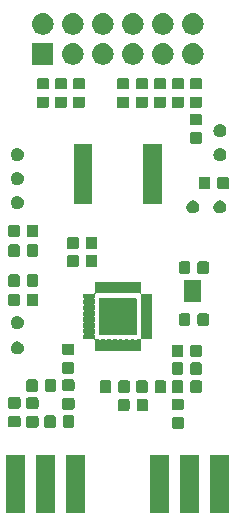
<source format=gbr>
G04 #@! TF.GenerationSoftware,KiCad,Pcbnew,5.1.2*
G04 #@! TF.CreationDate,2019-05-07T22:25:54+02:00*
G04 #@! TF.ProjectId,SX1257_pmod,53583132-3537-45f7-906d-6f642e6b6963,rev?*
G04 #@! TF.SameCoordinates,Original*
G04 #@! TF.FileFunction,Soldermask,Top*
G04 #@! TF.FilePolarity,Negative*
%FSLAX46Y46*%
G04 Gerber Fmt 4.6, Leading zero omitted, Abs format (unit mm)*
G04 Created by KiCad (PCBNEW 5.1.2) date 2019-05-07 22:25:54*
%MOMM*%
%LPD*%
G04 APERTURE LIST*
%ADD10C,0.100000*%
G04 APERTURE END LIST*
D10*
G36*
X121717000Y-68064000D02*
G01*
X120091000Y-68064000D01*
X120091000Y-63162000D01*
X121717000Y-63162000D01*
X121717000Y-68064000D01*
X121717000Y-68064000D01*
G37*
G36*
X131369000Y-68064000D02*
G01*
X129743000Y-68064000D01*
X129743000Y-63162000D01*
X131369000Y-63162000D01*
X131369000Y-68064000D01*
X131369000Y-68064000D01*
G37*
G36*
X133909000Y-68064000D02*
G01*
X132283000Y-68064000D01*
X132283000Y-63162000D01*
X133909000Y-63162000D01*
X133909000Y-68064000D01*
X133909000Y-68064000D01*
G37*
G36*
X128829000Y-68064000D02*
G01*
X127203000Y-68064000D01*
X127203000Y-63162000D01*
X128829000Y-63162000D01*
X128829000Y-68064000D01*
X128829000Y-68064000D01*
G37*
G36*
X116637000Y-68064000D02*
G01*
X115011000Y-68064000D01*
X115011000Y-63162000D01*
X116637000Y-63162000D01*
X116637000Y-68064000D01*
X116637000Y-68064000D01*
G37*
G36*
X119177000Y-68064000D02*
G01*
X117551000Y-68064000D01*
X117551000Y-63162000D01*
X119177000Y-63162000D01*
X119177000Y-68064000D01*
X119177000Y-68064000D01*
G37*
G36*
X129919591Y-59966085D02*
G01*
X129953569Y-59976393D01*
X129984890Y-59993134D01*
X130012339Y-60015661D01*
X130034866Y-60043110D01*
X130051607Y-60074431D01*
X130061915Y-60108409D01*
X130066000Y-60149890D01*
X130066000Y-60751110D01*
X130061915Y-60792591D01*
X130051607Y-60826569D01*
X130034866Y-60857890D01*
X130012339Y-60885339D01*
X129984890Y-60907866D01*
X129953569Y-60924607D01*
X129919591Y-60934915D01*
X129878110Y-60939000D01*
X129201890Y-60939000D01*
X129160409Y-60934915D01*
X129126431Y-60924607D01*
X129095110Y-60907866D01*
X129067661Y-60885339D01*
X129045134Y-60857890D01*
X129028393Y-60826569D01*
X129018085Y-60792591D01*
X129014000Y-60751110D01*
X129014000Y-60149890D01*
X129018085Y-60108409D01*
X129028393Y-60074431D01*
X129045134Y-60043110D01*
X129067661Y-60015661D01*
X129095110Y-59993134D01*
X129126431Y-59976393D01*
X129160409Y-59966085D01*
X129201890Y-59962000D01*
X129878110Y-59962000D01*
X129919591Y-59966085D01*
X129919591Y-59966085D01*
G37*
G36*
X119061591Y-59803085D02*
G01*
X119095569Y-59813393D01*
X119126890Y-59830134D01*
X119154339Y-59852661D01*
X119176866Y-59880110D01*
X119193607Y-59911431D01*
X119203915Y-59945409D01*
X119208000Y-59986890D01*
X119208000Y-60663110D01*
X119203915Y-60704591D01*
X119193607Y-60738569D01*
X119176866Y-60769890D01*
X119154339Y-60797339D01*
X119126890Y-60819866D01*
X119095569Y-60836607D01*
X119061591Y-60846915D01*
X119020110Y-60851000D01*
X118418890Y-60851000D01*
X118377409Y-60846915D01*
X118343431Y-60836607D01*
X118312110Y-60819866D01*
X118284661Y-60797339D01*
X118262134Y-60769890D01*
X118245393Y-60738569D01*
X118235085Y-60704591D01*
X118231000Y-60663110D01*
X118231000Y-59986890D01*
X118235085Y-59945409D01*
X118245393Y-59911431D01*
X118262134Y-59880110D01*
X118284661Y-59852661D01*
X118312110Y-59830134D01*
X118343431Y-59813393D01*
X118377409Y-59803085D01*
X118418890Y-59799000D01*
X119020110Y-59799000D01*
X119061591Y-59803085D01*
X119061591Y-59803085D01*
G37*
G36*
X120636591Y-59803085D02*
G01*
X120670569Y-59813393D01*
X120701890Y-59830134D01*
X120729339Y-59852661D01*
X120751866Y-59880110D01*
X120768607Y-59911431D01*
X120778915Y-59945409D01*
X120783000Y-59986890D01*
X120783000Y-60663110D01*
X120778915Y-60704591D01*
X120768607Y-60738569D01*
X120751866Y-60769890D01*
X120729339Y-60797339D01*
X120701890Y-60819866D01*
X120670569Y-60836607D01*
X120636591Y-60846915D01*
X120595110Y-60851000D01*
X119993890Y-60851000D01*
X119952409Y-60846915D01*
X119918431Y-60836607D01*
X119887110Y-60819866D01*
X119859661Y-60797339D01*
X119837134Y-60769890D01*
X119820393Y-60738569D01*
X119810085Y-60704591D01*
X119806000Y-60663110D01*
X119806000Y-59986890D01*
X119810085Y-59945409D01*
X119820393Y-59911431D01*
X119837134Y-59880110D01*
X119859661Y-59852661D01*
X119887110Y-59830134D01*
X119918431Y-59813393D01*
X119952409Y-59803085D01*
X119993890Y-59799000D01*
X120595110Y-59799000D01*
X120636591Y-59803085D01*
X120636591Y-59803085D01*
G37*
G36*
X117600591Y-59866085D02*
G01*
X117634569Y-59876393D01*
X117665890Y-59893134D01*
X117693339Y-59915661D01*
X117715866Y-59943110D01*
X117732607Y-59974431D01*
X117742915Y-60008409D01*
X117747000Y-60049890D01*
X117747000Y-60651110D01*
X117742915Y-60692591D01*
X117732607Y-60726569D01*
X117715866Y-60757890D01*
X117693339Y-60785339D01*
X117665890Y-60807866D01*
X117634569Y-60824607D01*
X117600591Y-60834915D01*
X117559110Y-60839000D01*
X116882890Y-60839000D01*
X116841409Y-60834915D01*
X116807431Y-60824607D01*
X116776110Y-60807866D01*
X116748661Y-60785339D01*
X116726134Y-60757890D01*
X116709393Y-60726569D01*
X116699085Y-60692591D01*
X116695000Y-60651110D01*
X116695000Y-60049890D01*
X116699085Y-60008409D01*
X116709393Y-59974431D01*
X116726134Y-59943110D01*
X116748661Y-59915661D01*
X116776110Y-59893134D01*
X116807431Y-59876393D01*
X116841409Y-59866085D01*
X116882890Y-59862000D01*
X117559110Y-59862000D01*
X117600591Y-59866085D01*
X117600591Y-59866085D01*
G37*
G36*
X116076591Y-59840585D02*
G01*
X116110569Y-59850893D01*
X116141890Y-59867634D01*
X116169339Y-59890161D01*
X116191866Y-59917610D01*
X116208607Y-59948931D01*
X116218915Y-59982909D01*
X116223000Y-60024390D01*
X116223000Y-60625610D01*
X116218915Y-60667091D01*
X116208607Y-60701069D01*
X116191866Y-60732390D01*
X116169339Y-60759839D01*
X116141890Y-60782366D01*
X116110569Y-60799107D01*
X116076591Y-60809415D01*
X116035110Y-60813500D01*
X115358890Y-60813500D01*
X115317409Y-60809415D01*
X115283431Y-60799107D01*
X115252110Y-60782366D01*
X115224661Y-60759839D01*
X115202134Y-60732390D01*
X115185393Y-60701069D01*
X115175085Y-60667091D01*
X115171000Y-60625610D01*
X115171000Y-60024390D01*
X115175085Y-59982909D01*
X115185393Y-59948931D01*
X115202134Y-59917610D01*
X115224661Y-59890161D01*
X115252110Y-59867634D01*
X115283431Y-59850893D01*
X115317409Y-59840585D01*
X115358890Y-59836500D01*
X116035110Y-59836500D01*
X116076591Y-59840585D01*
X116076591Y-59840585D01*
G37*
G36*
X126879591Y-58403085D02*
G01*
X126913569Y-58413393D01*
X126944890Y-58430134D01*
X126972339Y-58452661D01*
X126994866Y-58480110D01*
X127011607Y-58511431D01*
X127021915Y-58545409D01*
X127026000Y-58586890D01*
X127026000Y-59263110D01*
X127021915Y-59304591D01*
X127011607Y-59338569D01*
X126994866Y-59369890D01*
X126972339Y-59397339D01*
X126944890Y-59419866D01*
X126913569Y-59436607D01*
X126879591Y-59446915D01*
X126838110Y-59451000D01*
X126236890Y-59451000D01*
X126195409Y-59446915D01*
X126161431Y-59436607D01*
X126130110Y-59419866D01*
X126102661Y-59397339D01*
X126080134Y-59369890D01*
X126063393Y-59338569D01*
X126053085Y-59304591D01*
X126049000Y-59263110D01*
X126049000Y-58586890D01*
X126053085Y-58545409D01*
X126063393Y-58511431D01*
X126080134Y-58480110D01*
X126102661Y-58452661D01*
X126130110Y-58430134D01*
X126161431Y-58413393D01*
X126195409Y-58403085D01*
X126236890Y-58399000D01*
X126838110Y-58399000D01*
X126879591Y-58403085D01*
X126879591Y-58403085D01*
G37*
G36*
X125304591Y-58403085D02*
G01*
X125338569Y-58413393D01*
X125369890Y-58430134D01*
X125397339Y-58452661D01*
X125419866Y-58480110D01*
X125436607Y-58511431D01*
X125446915Y-58545409D01*
X125451000Y-58586890D01*
X125451000Y-59263110D01*
X125446915Y-59304591D01*
X125436607Y-59338569D01*
X125419866Y-59369890D01*
X125397339Y-59397339D01*
X125369890Y-59419866D01*
X125338569Y-59436607D01*
X125304591Y-59446915D01*
X125263110Y-59451000D01*
X124661890Y-59451000D01*
X124620409Y-59446915D01*
X124586431Y-59436607D01*
X124555110Y-59419866D01*
X124527661Y-59397339D01*
X124505134Y-59369890D01*
X124488393Y-59338569D01*
X124478085Y-59304591D01*
X124474000Y-59263110D01*
X124474000Y-58586890D01*
X124478085Y-58545409D01*
X124488393Y-58511431D01*
X124505134Y-58480110D01*
X124527661Y-58452661D01*
X124555110Y-58430134D01*
X124586431Y-58413393D01*
X124620409Y-58403085D01*
X124661890Y-58399000D01*
X125263110Y-58399000D01*
X125304591Y-58403085D01*
X125304591Y-58403085D01*
G37*
G36*
X129919591Y-58391085D02*
G01*
X129953569Y-58401393D01*
X129984890Y-58418134D01*
X130012339Y-58440661D01*
X130034866Y-58468110D01*
X130051607Y-58499431D01*
X130061915Y-58533409D01*
X130066000Y-58574890D01*
X130066000Y-59176110D01*
X130061915Y-59217591D01*
X130051607Y-59251569D01*
X130034866Y-59282890D01*
X130012339Y-59310339D01*
X129984890Y-59332866D01*
X129953569Y-59349607D01*
X129919591Y-59359915D01*
X129878110Y-59364000D01*
X129201890Y-59364000D01*
X129160409Y-59359915D01*
X129126431Y-59349607D01*
X129095110Y-59332866D01*
X129067661Y-59310339D01*
X129045134Y-59282890D01*
X129028393Y-59251569D01*
X129018085Y-59217591D01*
X129014000Y-59176110D01*
X129014000Y-58574890D01*
X129018085Y-58533409D01*
X129028393Y-58499431D01*
X129045134Y-58468110D01*
X129067661Y-58440661D01*
X129095110Y-58418134D01*
X129126431Y-58401393D01*
X129160409Y-58391085D01*
X129201890Y-58387000D01*
X129878110Y-58387000D01*
X129919591Y-58391085D01*
X129919591Y-58391085D01*
G37*
G36*
X120648591Y-58342085D02*
G01*
X120682569Y-58352393D01*
X120713890Y-58369134D01*
X120741339Y-58391661D01*
X120763866Y-58419110D01*
X120780607Y-58450431D01*
X120790915Y-58484409D01*
X120795000Y-58525890D01*
X120795000Y-59127110D01*
X120790915Y-59168591D01*
X120780607Y-59202569D01*
X120763866Y-59233890D01*
X120741339Y-59261339D01*
X120713890Y-59283866D01*
X120682569Y-59300607D01*
X120648591Y-59310915D01*
X120607110Y-59315000D01*
X119930890Y-59315000D01*
X119889409Y-59310915D01*
X119855431Y-59300607D01*
X119824110Y-59283866D01*
X119796661Y-59261339D01*
X119774134Y-59233890D01*
X119757393Y-59202569D01*
X119747085Y-59168591D01*
X119743000Y-59127110D01*
X119743000Y-58525890D01*
X119747085Y-58484409D01*
X119757393Y-58450431D01*
X119774134Y-58419110D01*
X119796661Y-58391661D01*
X119824110Y-58369134D01*
X119855431Y-58352393D01*
X119889409Y-58342085D01*
X119930890Y-58338000D01*
X120607110Y-58338000D01*
X120648591Y-58342085D01*
X120648591Y-58342085D01*
G37*
G36*
X117600591Y-58291085D02*
G01*
X117634569Y-58301393D01*
X117665890Y-58318134D01*
X117693339Y-58340661D01*
X117715866Y-58368110D01*
X117732607Y-58399431D01*
X117742915Y-58433409D01*
X117747000Y-58474890D01*
X117747000Y-59076110D01*
X117742915Y-59117591D01*
X117732607Y-59151569D01*
X117715866Y-59182890D01*
X117693339Y-59210339D01*
X117665890Y-59232866D01*
X117634569Y-59249607D01*
X117600591Y-59259915D01*
X117559110Y-59264000D01*
X116882890Y-59264000D01*
X116841409Y-59259915D01*
X116807431Y-59249607D01*
X116776110Y-59232866D01*
X116748661Y-59210339D01*
X116726134Y-59182890D01*
X116709393Y-59151569D01*
X116699085Y-59117591D01*
X116695000Y-59076110D01*
X116695000Y-58474890D01*
X116699085Y-58433409D01*
X116709393Y-58399431D01*
X116726134Y-58368110D01*
X116748661Y-58340661D01*
X116776110Y-58318134D01*
X116807431Y-58301393D01*
X116841409Y-58291085D01*
X116882890Y-58287000D01*
X117559110Y-58287000D01*
X117600591Y-58291085D01*
X117600591Y-58291085D01*
G37*
G36*
X116076591Y-58265585D02*
G01*
X116110569Y-58275893D01*
X116141890Y-58292634D01*
X116169339Y-58315161D01*
X116191866Y-58342610D01*
X116208607Y-58373931D01*
X116218915Y-58407909D01*
X116223000Y-58449390D01*
X116223000Y-59050610D01*
X116218915Y-59092091D01*
X116208607Y-59126069D01*
X116191866Y-59157390D01*
X116169339Y-59184839D01*
X116141890Y-59207366D01*
X116110569Y-59224107D01*
X116076591Y-59234415D01*
X116035110Y-59238500D01*
X115358890Y-59238500D01*
X115317409Y-59234415D01*
X115283431Y-59224107D01*
X115252110Y-59207366D01*
X115224661Y-59184839D01*
X115202134Y-59157390D01*
X115185393Y-59126069D01*
X115175085Y-59092091D01*
X115171000Y-59050610D01*
X115171000Y-58449390D01*
X115175085Y-58407909D01*
X115185393Y-58373931D01*
X115202134Y-58342610D01*
X115224661Y-58315161D01*
X115252110Y-58292634D01*
X115283431Y-58275893D01*
X115317409Y-58265585D01*
X115358890Y-58261500D01*
X116035110Y-58261500D01*
X116076591Y-58265585D01*
X116076591Y-58265585D01*
G37*
G36*
X125335591Y-56855085D02*
G01*
X125369569Y-56865393D01*
X125400890Y-56882134D01*
X125428339Y-56904661D01*
X125450866Y-56932110D01*
X125467607Y-56963431D01*
X125477915Y-56997409D01*
X125482000Y-57038890D01*
X125482000Y-57715110D01*
X125477915Y-57756591D01*
X125467607Y-57790569D01*
X125450866Y-57821890D01*
X125428339Y-57849339D01*
X125400890Y-57871866D01*
X125369569Y-57888607D01*
X125335591Y-57898915D01*
X125294110Y-57903000D01*
X124692890Y-57903000D01*
X124651409Y-57898915D01*
X124617431Y-57888607D01*
X124586110Y-57871866D01*
X124558661Y-57849339D01*
X124536134Y-57821890D01*
X124519393Y-57790569D01*
X124509085Y-57756591D01*
X124505000Y-57715110D01*
X124505000Y-57038890D01*
X124509085Y-56997409D01*
X124519393Y-56963431D01*
X124536134Y-56932110D01*
X124558661Y-56904661D01*
X124586110Y-56882134D01*
X124617431Y-56865393D01*
X124651409Y-56855085D01*
X124692890Y-56851000D01*
X125294110Y-56851000D01*
X125335591Y-56855085D01*
X125335591Y-56855085D01*
G37*
G36*
X131431591Y-56855085D02*
G01*
X131465569Y-56865393D01*
X131496890Y-56882134D01*
X131524339Y-56904661D01*
X131546866Y-56932110D01*
X131563607Y-56963431D01*
X131573915Y-56997409D01*
X131578000Y-57038890D01*
X131578000Y-57715110D01*
X131573915Y-57756591D01*
X131563607Y-57790569D01*
X131546866Y-57821890D01*
X131524339Y-57849339D01*
X131496890Y-57871866D01*
X131465569Y-57888607D01*
X131431591Y-57898915D01*
X131390110Y-57903000D01*
X130788890Y-57903000D01*
X130747409Y-57898915D01*
X130713431Y-57888607D01*
X130682110Y-57871866D01*
X130654661Y-57849339D01*
X130632134Y-57821890D01*
X130615393Y-57790569D01*
X130605085Y-57756591D01*
X130601000Y-57715110D01*
X130601000Y-57038890D01*
X130605085Y-56997409D01*
X130615393Y-56963431D01*
X130632134Y-56932110D01*
X130654661Y-56904661D01*
X130682110Y-56882134D01*
X130713431Y-56865393D01*
X130747409Y-56855085D01*
X130788890Y-56851000D01*
X131390110Y-56851000D01*
X131431591Y-56855085D01*
X131431591Y-56855085D01*
G37*
G36*
X129856591Y-56855085D02*
G01*
X129890569Y-56865393D01*
X129921890Y-56882134D01*
X129949339Y-56904661D01*
X129971866Y-56932110D01*
X129988607Y-56963431D01*
X129998915Y-56997409D01*
X130003000Y-57038890D01*
X130003000Y-57715110D01*
X129998915Y-57756591D01*
X129988607Y-57790569D01*
X129971866Y-57821890D01*
X129949339Y-57849339D01*
X129921890Y-57871866D01*
X129890569Y-57888607D01*
X129856591Y-57898915D01*
X129815110Y-57903000D01*
X129213890Y-57903000D01*
X129172409Y-57898915D01*
X129138431Y-57888607D01*
X129107110Y-57871866D01*
X129079661Y-57849339D01*
X129057134Y-57821890D01*
X129040393Y-57790569D01*
X129030085Y-57756591D01*
X129026000Y-57715110D01*
X129026000Y-57038890D01*
X129030085Y-56997409D01*
X129040393Y-56963431D01*
X129057134Y-56932110D01*
X129079661Y-56904661D01*
X129107110Y-56882134D01*
X129138431Y-56865393D01*
X129172409Y-56855085D01*
X129213890Y-56851000D01*
X129815110Y-56851000D01*
X129856591Y-56855085D01*
X129856591Y-56855085D01*
G37*
G36*
X128409091Y-56855085D02*
G01*
X128443069Y-56865393D01*
X128474390Y-56882134D01*
X128501839Y-56904661D01*
X128524366Y-56932110D01*
X128541107Y-56963431D01*
X128551415Y-56997409D01*
X128555500Y-57038890D01*
X128555500Y-57715110D01*
X128551415Y-57756591D01*
X128541107Y-57790569D01*
X128524366Y-57821890D01*
X128501839Y-57849339D01*
X128474390Y-57871866D01*
X128443069Y-57888607D01*
X128409091Y-57898915D01*
X128367610Y-57903000D01*
X127766390Y-57903000D01*
X127724909Y-57898915D01*
X127690931Y-57888607D01*
X127659610Y-57871866D01*
X127632161Y-57849339D01*
X127609634Y-57821890D01*
X127592893Y-57790569D01*
X127582585Y-57756591D01*
X127578500Y-57715110D01*
X127578500Y-57038890D01*
X127582585Y-56997409D01*
X127592893Y-56963431D01*
X127609634Y-56932110D01*
X127632161Y-56904661D01*
X127659610Y-56882134D01*
X127690931Y-56865393D01*
X127724909Y-56855085D01*
X127766390Y-56851000D01*
X128367610Y-56851000D01*
X128409091Y-56855085D01*
X128409091Y-56855085D01*
G37*
G36*
X126834091Y-56855085D02*
G01*
X126868069Y-56865393D01*
X126899390Y-56882134D01*
X126926839Y-56904661D01*
X126949366Y-56932110D01*
X126966107Y-56963431D01*
X126976415Y-56997409D01*
X126980500Y-57038890D01*
X126980500Y-57715110D01*
X126976415Y-57756591D01*
X126966107Y-57790569D01*
X126949366Y-57821890D01*
X126926839Y-57849339D01*
X126899390Y-57871866D01*
X126868069Y-57888607D01*
X126834091Y-57898915D01*
X126792610Y-57903000D01*
X126191390Y-57903000D01*
X126149909Y-57898915D01*
X126115931Y-57888607D01*
X126084610Y-57871866D01*
X126057161Y-57849339D01*
X126034634Y-57821890D01*
X126017893Y-57790569D01*
X126007585Y-57756591D01*
X126003500Y-57715110D01*
X126003500Y-57038890D01*
X126007585Y-56997409D01*
X126017893Y-56963431D01*
X126034634Y-56932110D01*
X126057161Y-56904661D01*
X126084610Y-56882134D01*
X126115931Y-56865393D01*
X126149909Y-56855085D01*
X126191390Y-56851000D01*
X126792610Y-56851000D01*
X126834091Y-56855085D01*
X126834091Y-56855085D01*
G37*
G36*
X123760591Y-56855085D02*
G01*
X123794569Y-56865393D01*
X123825890Y-56882134D01*
X123853339Y-56904661D01*
X123875866Y-56932110D01*
X123892607Y-56963431D01*
X123902915Y-56997409D01*
X123907000Y-57038890D01*
X123907000Y-57715110D01*
X123902915Y-57756591D01*
X123892607Y-57790569D01*
X123875866Y-57821890D01*
X123853339Y-57849339D01*
X123825890Y-57871866D01*
X123794569Y-57888607D01*
X123760591Y-57898915D01*
X123719110Y-57903000D01*
X123117890Y-57903000D01*
X123076409Y-57898915D01*
X123042431Y-57888607D01*
X123011110Y-57871866D01*
X122983661Y-57849339D01*
X122961134Y-57821890D01*
X122944393Y-57790569D01*
X122934085Y-57756591D01*
X122930000Y-57715110D01*
X122930000Y-57038890D01*
X122934085Y-56997409D01*
X122944393Y-56963431D01*
X122961134Y-56932110D01*
X122983661Y-56904661D01*
X123011110Y-56882134D01*
X123042431Y-56865393D01*
X123076409Y-56855085D01*
X123117890Y-56851000D01*
X123719110Y-56851000D01*
X123760591Y-56855085D01*
X123760591Y-56855085D01*
G37*
G36*
X117537591Y-56755085D02*
G01*
X117571569Y-56765393D01*
X117602890Y-56782134D01*
X117630339Y-56804661D01*
X117652866Y-56832110D01*
X117669607Y-56863431D01*
X117679915Y-56897409D01*
X117684000Y-56938890D01*
X117684000Y-57615110D01*
X117679915Y-57656591D01*
X117669607Y-57690569D01*
X117652866Y-57721890D01*
X117630339Y-57749339D01*
X117602890Y-57771866D01*
X117571569Y-57788607D01*
X117537591Y-57798915D01*
X117496110Y-57803000D01*
X116894890Y-57803000D01*
X116853409Y-57798915D01*
X116819431Y-57788607D01*
X116788110Y-57771866D01*
X116760661Y-57749339D01*
X116738134Y-57721890D01*
X116721393Y-57690569D01*
X116711085Y-57656591D01*
X116707000Y-57615110D01*
X116707000Y-56938890D01*
X116711085Y-56897409D01*
X116721393Y-56863431D01*
X116738134Y-56832110D01*
X116760661Y-56804661D01*
X116788110Y-56782134D01*
X116819431Y-56765393D01*
X116853409Y-56755085D01*
X116894890Y-56751000D01*
X117496110Y-56751000D01*
X117537591Y-56755085D01*
X117537591Y-56755085D01*
G37*
G36*
X119112591Y-56755085D02*
G01*
X119146569Y-56765393D01*
X119177890Y-56782134D01*
X119205339Y-56804661D01*
X119227866Y-56832110D01*
X119244607Y-56863431D01*
X119254915Y-56897409D01*
X119259000Y-56938890D01*
X119259000Y-57615110D01*
X119254915Y-57656591D01*
X119244607Y-57690569D01*
X119227866Y-57721890D01*
X119205339Y-57749339D01*
X119177890Y-57771866D01*
X119146569Y-57788607D01*
X119112591Y-57798915D01*
X119071110Y-57803000D01*
X118469890Y-57803000D01*
X118428409Y-57798915D01*
X118394431Y-57788607D01*
X118363110Y-57771866D01*
X118335661Y-57749339D01*
X118313134Y-57721890D01*
X118296393Y-57690569D01*
X118286085Y-57656591D01*
X118282000Y-57615110D01*
X118282000Y-56938890D01*
X118286085Y-56897409D01*
X118296393Y-56863431D01*
X118313134Y-56832110D01*
X118335661Y-56804661D01*
X118363110Y-56782134D01*
X118394431Y-56765393D01*
X118428409Y-56755085D01*
X118469890Y-56751000D01*
X119071110Y-56751000D01*
X119112591Y-56755085D01*
X119112591Y-56755085D01*
G37*
G36*
X120648591Y-56767085D02*
G01*
X120682569Y-56777393D01*
X120713890Y-56794134D01*
X120741339Y-56816661D01*
X120763866Y-56844110D01*
X120780607Y-56875431D01*
X120790915Y-56909409D01*
X120795000Y-56950890D01*
X120795000Y-57552110D01*
X120790915Y-57593591D01*
X120780607Y-57627569D01*
X120763866Y-57658890D01*
X120741339Y-57686339D01*
X120713890Y-57708866D01*
X120682569Y-57725607D01*
X120648591Y-57735915D01*
X120607110Y-57740000D01*
X119930890Y-57740000D01*
X119889409Y-57735915D01*
X119855431Y-57725607D01*
X119824110Y-57708866D01*
X119796661Y-57686339D01*
X119774134Y-57658890D01*
X119757393Y-57627569D01*
X119747085Y-57593591D01*
X119743000Y-57552110D01*
X119743000Y-56950890D01*
X119747085Y-56909409D01*
X119757393Y-56875431D01*
X119774134Y-56844110D01*
X119796661Y-56816661D01*
X119824110Y-56794134D01*
X119855431Y-56777393D01*
X119889409Y-56767085D01*
X119930890Y-56763000D01*
X120607110Y-56763000D01*
X120648591Y-56767085D01*
X120648591Y-56767085D01*
G37*
G36*
X129854591Y-55328085D02*
G01*
X129888569Y-55338393D01*
X129919890Y-55355134D01*
X129947339Y-55377661D01*
X129969866Y-55405110D01*
X129986607Y-55436431D01*
X129996915Y-55470409D01*
X130001000Y-55511890D01*
X130001000Y-56188110D01*
X129996915Y-56229591D01*
X129986607Y-56263569D01*
X129969866Y-56294890D01*
X129947339Y-56322339D01*
X129919890Y-56344866D01*
X129888569Y-56361607D01*
X129854591Y-56371915D01*
X129813110Y-56376000D01*
X129211890Y-56376000D01*
X129170409Y-56371915D01*
X129136431Y-56361607D01*
X129105110Y-56344866D01*
X129077661Y-56322339D01*
X129055134Y-56294890D01*
X129038393Y-56263569D01*
X129028085Y-56229591D01*
X129024000Y-56188110D01*
X129024000Y-55511890D01*
X129028085Y-55470409D01*
X129038393Y-55436431D01*
X129055134Y-55405110D01*
X129077661Y-55377661D01*
X129105110Y-55355134D01*
X129136431Y-55338393D01*
X129170409Y-55328085D01*
X129211890Y-55324000D01*
X129813110Y-55324000D01*
X129854591Y-55328085D01*
X129854591Y-55328085D01*
G37*
G36*
X131429591Y-55328085D02*
G01*
X131463569Y-55338393D01*
X131494890Y-55355134D01*
X131522339Y-55377661D01*
X131544866Y-55405110D01*
X131561607Y-55436431D01*
X131571915Y-55470409D01*
X131576000Y-55511890D01*
X131576000Y-56188110D01*
X131571915Y-56229591D01*
X131561607Y-56263569D01*
X131544866Y-56294890D01*
X131522339Y-56322339D01*
X131494890Y-56344866D01*
X131463569Y-56361607D01*
X131429591Y-56371915D01*
X131388110Y-56376000D01*
X130786890Y-56376000D01*
X130745409Y-56371915D01*
X130711431Y-56361607D01*
X130680110Y-56344866D01*
X130652661Y-56322339D01*
X130630134Y-56294890D01*
X130613393Y-56263569D01*
X130603085Y-56229591D01*
X130599000Y-56188110D01*
X130599000Y-55511890D01*
X130603085Y-55470409D01*
X130613393Y-55436431D01*
X130630134Y-55405110D01*
X130652661Y-55377661D01*
X130680110Y-55355134D01*
X130711431Y-55338393D01*
X130745409Y-55328085D01*
X130786890Y-55324000D01*
X131388110Y-55324000D01*
X131429591Y-55328085D01*
X131429591Y-55328085D01*
G37*
G36*
X120629591Y-55303085D02*
G01*
X120663569Y-55313393D01*
X120694890Y-55330134D01*
X120722339Y-55352661D01*
X120744866Y-55380110D01*
X120761607Y-55411431D01*
X120771915Y-55445409D01*
X120776000Y-55486890D01*
X120776000Y-56088110D01*
X120771915Y-56129591D01*
X120761607Y-56163569D01*
X120744866Y-56194890D01*
X120722339Y-56222339D01*
X120694890Y-56244866D01*
X120663569Y-56261607D01*
X120629591Y-56271915D01*
X120588110Y-56276000D01*
X119911890Y-56276000D01*
X119870409Y-56271915D01*
X119836431Y-56261607D01*
X119805110Y-56244866D01*
X119777661Y-56222339D01*
X119755134Y-56194890D01*
X119738393Y-56163569D01*
X119728085Y-56129591D01*
X119724000Y-56088110D01*
X119724000Y-55486890D01*
X119728085Y-55445409D01*
X119738393Y-55411431D01*
X119755134Y-55380110D01*
X119777661Y-55352661D01*
X119805110Y-55330134D01*
X119836431Y-55313393D01*
X119870409Y-55303085D01*
X119911890Y-55299000D01*
X120588110Y-55299000D01*
X120629591Y-55303085D01*
X120629591Y-55303085D01*
G37*
G36*
X129854591Y-53828085D02*
G01*
X129888569Y-53838393D01*
X129919890Y-53855134D01*
X129947339Y-53877661D01*
X129969866Y-53905110D01*
X129986607Y-53936431D01*
X129996915Y-53970409D01*
X130001000Y-54011890D01*
X130001000Y-54688110D01*
X129996915Y-54729591D01*
X129986607Y-54763569D01*
X129969866Y-54794890D01*
X129947339Y-54822339D01*
X129919890Y-54844866D01*
X129888569Y-54861607D01*
X129854591Y-54871915D01*
X129813110Y-54876000D01*
X129211890Y-54876000D01*
X129170409Y-54871915D01*
X129136431Y-54861607D01*
X129105110Y-54844866D01*
X129077661Y-54822339D01*
X129055134Y-54794890D01*
X129038393Y-54763569D01*
X129028085Y-54729591D01*
X129024000Y-54688110D01*
X129024000Y-54011890D01*
X129028085Y-53970409D01*
X129038393Y-53936431D01*
X129055134Y-53905110D01*
X129077661Y-53877661D01*
X129105110Y-53855134D01*
X129136431Y-53838393D01*
X129170409Y-53828085D01*
X129211890Y-53824000D01*
X129813110Y-53824000D01*
X129854591Y-53828085D01*
X129854591Y-53828085D01*
G37*
G36*
X131429591Y-53828085D02*
G01*
X131463569Y-53838393D01*
X131494890Y-53855134D01*
X131522339Y-53877661D01*
X131544866Y-53905110D01*
X131561607Y-53936431D01*
X131571915Y-53970409D01*
X131576000Y-54011890D01*
X131576000Y-54688110D01*
X131571915Y-54729591D01*
X131561607Y-54763569D01*
X131544866Y-54794890D01*
X131522339Y-54822339D01*
X131494890Y-54844866D01*
X131463569Y-54861607D01*
X131429591Y-54871915D01*
X131388110Y-54876000D01*
X130786890Y-54876000D01*
X130745409Y-54871915D01*
X130711431Y-54861607D01*
X130680110Y-54844866D01*
X130652661Y-54822339D01*
X130630134Y-54794890D01*
X130613393Y-54763569D01*
X130603085Y-54729591D01*
X130599000Y-54688110D01*
X130599000Y-54011890D01*
X130603085Y-53970409D01*
X130613393Y-53936431D01*
X130630134Y-53905110D01*
X130652661Y-53877661D01*
X130680110Y-53855134D01*
X130711431Y-53838393D01*
X130745409Y-53828085D01*
X130786890Y-53824000D01*
X131388110Y-53824000D01*
X131429591Y-53828085D01*
X131429591Y-53828085D01*
G37*
G36*
X120629591Y-53728085D02*
G01*
X120663569Y-53738393D01*
X120694890Y-53755134D01*
X120722339Y-53777661D01*
X120744866Y-53805110D01*
X120761607Y-53836431D01*
X120771915Y-53870409D01*
X120776000Y-53911890D01*
X120776000Y-54513110D01*
X120771915Y-54554591D01*
X120761607Y-54588569D01*
X120744866Y-54619890D01*
X120722339Y-54647339D01*
X120694890Y-54669866D01*
X120663569Y-54686607D01*
X120629591Y-54696915D01*
X120588110Y-54701000D01*
X119911890Y-54701000D01*
X119870409Y-54696915D01*
X119836431Y-54686607D01*
X119805110Y-54669866D01*
X119777661Y-54647339D01*
X119755134Y-54619890D01*
X119738393Y-54588569D01*
X119728085Y-54554591D01*
X119724000Y-54513110D01*
X119724000Y-53911890D01*
X119728085Y-53870409D01*
X119738393Y-53836431D01*
X119755134Y-53805110D01*
X119777661Y-53777661D01*
X119805110Y-53755134D01*
X119836431Y-53738393D01*
X119870409Y-53728085D01*
X119911890Y-53724000D01*
X120588110Y-53724000D01*
X120629591Y-53728085D01*
X120629591Y-53728085D01*
G37*
G36*
X116111721Y-53572174D02*
G01*
X116211995Y-53613709D01*
X116211996Y-53613710D01*
X116302242Y-53674010D01*
X116378990Y-53750758D01*
X116396966Y-53777661D01*
X116439291Y-53841005D01*
X116480826Y-53941279D01*
X116502000Y-54047730D01*
X116502000Y-54156270D01*
X116480826Y-54262721D01*
X116439291Y-54362995D01*
X116439290Y-54362996D01*
X116378990Y-54453242D01*
X116302242Y-54529990D01*
X116271965Y-54550220D01*
X116211995Y-54590291D01*
X116111721Y-54631826D01*
X116005270Y-54653000D01*
X115896730Y-54653000D01*
X115790279Y-54631826D01*
X115690005Y-54590291D01*
X115630035Y-54550220D01*
X115599758Y-54529990D01*
X115523010Y-54453242D01*
X115462710Y-54362996D01*
X115462709Y-54362995D01*
X115421174Y-54262721D01*
X115400000Y-54156270D01*
X115400000Y-54047730D01*
X115421174Y-53941279D01*
X115462709Y-53841005D01*
X115505034Y-53777661D01*
X115523010Y-53750758D01*
X115599758Y-53674010D01*
X115690004Y-53613710D01*
X115690005Y-53613709D01*
X115790279Y-53572174D01*
X115896730Y-53551000D01*
X116005270Y-53551000D01*
X116111721Y-53572174D01*
X116111721Y-53572174D01*
G37*
G36*
X122865355Y-48510083D02*
G01*
X122870029Y-48511501D01*
X122874330Y-48513800D01*
X122880702Y-48519029D01*
X122901076Y-48532643D01*
X122923715Y-48542020D01*
X122947749Y-48546800D01*
X122972253Y-48546800D01*
X122996286Y-48542019D01*
X123018925Y-48532642D01*
X123039298Y-48519029D01*
X123045670Y-48513800D01*
X123049971Y-48511501D01*
X123054645Y-48510083D01*
X123065641Y-48509000D01*
X123354359Y-48509000D01*
X123365355Y-48510083D01*
X123370029Y-48511501D01*
X123374330Y-48513800D01*
X123380702Y-48519029D01*
X123401076Y-48532643D01*
X123423715Y-48542020D01*
X123447749Y-48546800D01*
X123472253Y-48546800D01*
X123496286Y-48542019D01*
X123518925Y-48532642D01*
X123539298Y-48519029D01*
X123545670Y-48513800D01*
X123549971Y-48511501D01*
X123554645Y-48510083D01*
X123565641Y-48509000D01*
X123854359Y-48509000D01*
X123865355Y-48510083D01*
X123870029Y-48511501D01*
X123874330Y-48513800D01*
X123880702Y-48519029D01*
X123901076Y-48532643D01*
X123923715Y-48542020D01*
X123947749Y-48546800D01*
X123972253Y-48546800D01*
X123996286Y-48542019D01*
X124018925Y-48532642D01*
X124039298Y-48519029D01*
X124045670Y-48513800D01*
X124049971Y-48511501D01*
X124054645Y-48510083D01*
X124065641Y-48509000D01*
X124354359Y-48509000D01*
X124365355Y-48510083D01*
X124370029Y-48511501D01*
X124374330Y-48513800D01*
X124380702Y-48519029D01*
X124401076Y-48532643D01*
X124423715Y-48542020D01*
X124447749Y-48546800D01*
X124472253Y-48546800D01*
X124496286Y-48542019D01*
X124518925Y-48532642D01*
X124539298Y-48519029D01*
X124545670Y-48513800D01*
X124549971Y-48511501D01*
X124554645Y-48510083D01*
X124565641Y-48509000D01*
X124854359Y-48509000D01*
X124865355Y-48510083D01*
X124870029Y-48511501D01*
X124874330Y-48513800D01*
X124880702Y-48519029D01*
X124901076Y-48532643D01*
X124923715Y-48542020D01*
X124947749Y-48546800D01*
X124972253Y-48546800D01*
X124996286Y-48542019D01*
X125018925Y-48532642D01*
X125039298Y-48519029D01*
X125045670Y-48513800D01*
X125049971Y-48511501D01*
X125054645Y-48510083D01*
X125065641Y-48509000D01*
X125354359Y-48509000D01*
X125365355Y-48510083D01*
X125370029Y-48511501D01*
X125374330Y-48513800D01*
X125380702Y-48519029D01*
X125401076Y-48532643D01*
X125423715Y-48542020D01*
X125447749Y-48546800D01*
X125472253Y-48546800D01*
X125496286Y-48542019D01*
X125518925Y-48532642D01*
X125539298Y-48519029D01*
X125545670Y-48513800D01*
X125549971Y-48511501D01*
X125554645Y-48510083D01*
X125565641Y-48509000D01*
X125854359Y-48509000D01*
X125865355Y-48510083D01*
X125870029Y-48511501D01*
X125874330Y-48513800D01*
X125880702Y-48519029D01*
X125901076Y-48532643D01*
X125923715Y-48542020D01*
X125947749Y-48546800D01*
X125972253Y-48546800D01*
X125996286Y-48542019D01*
X126018925Y-48532642D01*
X126039298Y-48519029D01*
X126045670Y-48513800D01*
X126049971Y-48511501D01*
X126054645Y-48510083D01*
X126065641Y-48509000D01*
X126354359Y-48509000D01*
X126365355Y-48510083D01*
X126370029Y-48511501D01*
X126374331Y-48513800D01*
X126378104Y-48516896D01*
X126381200Y-48520669D01*
X126383499Y-48524971D01*
X126384917Y-48529645D01*
X126386000Y-48540641D01*
X126386000Y-49384001D01*
X126388402Y-49408387D01*
X126395515Y-49431836D01*
X126407066Y-49453447D01*
X126422611Y-49472389D01*
X126441553Y-49487934D01*
X126463164Y-49499485D01*
X126486613Y-49506598D01*
X126510999Y-49509000D01*
X127354359Y-49509000D01*
X127365355Y-49510083D01*
X127370029Y-49511501D01*
X127374331Y-49513800D01*
X127378104Y-49516896D01*
X127381200Y-49520669D01*
X127383499Y-49524971D01*
X127384917Y-49529645D01*
X127386000Y-49540641D01*
X127386000Y-49829359D01*
X127384917Y-49840355D01*
X127383499Y-49845029D01*
X127381200Y-49849330D01*
X127375971Y-49855702D01*
X127362357Y-49876076D01*
X127352980Y-49898715D01*
X127348200Y-49922749D01*
X127348200Y-49947253D01*
X127352981Y-49971286D01*
X127362358Y-49993925D01*
X127375971Y-50014298D01*
X127381200Y-50020670D01*
X127383499Y-50024971D01*
X127384917Y-50029645D01*
X127386000Y-50040641D01*
X127386000Y-50329359D01*
X127384917Y-50340355D01*
X127383499Y-50345029D01*
X127381200Y-50349330D01*
X127375971Y-50355702D01*
X127362357Y-50376076D01*
X127352980Y-50398715D01*
X127348200Y-50422749D01*
X127348200Y-50447253D01*
X127352981Y-50471286D01*
X127362358Y-50493925D01*
X127375971Y-50514298D01*
X127381200Y-50520670D01*
X127383499Y-50524971D01*
X127384917Y-50529645D01*
X127386000Y-50540641D01*
X127386000Y-50829359D01*
X127384917Y-50840355D01*
X127383499Y-50845029D01*
X127381200Y-50849330D01*
X127375971Y-50855702D01*
X127362357Y-50876076D01*
X127352980Y-50898715D01*
X127348200Y-50922749D01*
X127348200Y-50947253D01*
X127352981Y-50971286D01*
X127362358Y-50993925D01*
X127375971Y-51014298D01*
X127381200Y-51020670D01*
X127383499Y-51024971D01*
X127384917Y-51029645D01*
X127386000Y-51040641D01*
X127386000Y-51329359D01*
X127384917Y-51340355D01*
X127383499Y-51345029D01*
X127381200Y-51349330D01*
X127375971Y-51355702D01*
X127362357Y-51376076D01*
X127352980Y-51398715D01*
X127348200Y-51422749D01*
X127348200Y-51447253D01*
X127352981Y-51471286D01*
X127362358Y-51493925D01*
X127375971Y-51514298D01*
X127381200Y-51520670D01*
X127383499Y-51524971D01*
X127384917Y-51529645D01*
X127386000Y-51540641D01*
X127386000Y-51829359D01*
X127384917Y-51840355D01*
X127383499Y-51845029D01*
X127381200Y-51849330D01*
X127375971Y-51855702D01*
X127362357Y-51876076D01*
X127352980Y-51898715D01*
X127348200Y-51922749D01*
X127348200Y-51947253D01*
X127352981Y-51971286D01*
X127362358Y-51993925D01*
X127375971Y-52014298D01*
X127381200Y-52020670D01*
X127383499Y-52024971D01*
X127384917Y-52029645D01*
X127386000Y-52040641D01*
X127386000Y-52329359D01*
X127384917Y-52340355D01*
X127383499Y-52345029D01*
X127381200Y-52349330D01*
X127375971Y-52355702D01*
X127362357Y-52376076D01*
X127352980Y-52398715D01*
X127348200Y-52422749D01*
X127348200Y-52447253D01*
X127352981Y-52471286D01*
X127362358Y-52493925D01*
X127375971Y-52514298D01*
X127381200Y-52520670D01*
X127383499Y-52524971D01*
X127384917Y-52529645D01*
X127386000Y-52540641D01*
X127386000Y-52829359D01*
X127384917Y-52840355D01*
X127383499Y-52845029D01*
X127381200Y-52849330D01*
X127375971Y-52855702D01*
X127362357Y-52876076D01*
X127352980Y-52898715D01*
X127348200Y-52922749D01*
X127348200Y-52947253D01*
X127352981Y-52971286D01*
X127362358Y-52993925D01*
X127375971Y-53014298D01*
X127381200Y-53020670D01*
X127383499Y-53024971D01*
X127384917Y-53029645D01*
X127386000Y-53040641D01*
X127386000Y-53329359D01*
X127384917Y-53340355D01*
X127383499Y-53345029D01*
X127381200Y-53349331D01*
X127378104Y-53353104D01*
X127374331Y-53356200D01*
X127370029Y-53358499D01*
X127365355Y-53359917D01*
X127354359Y-53361000D01*
X126510999Y-53361000D01*
X126486613Y-53363402D01*
X126463164Y-53370515D01*
X126441553Y-53382066D01*
X126422611Y-53397611D01*
X126407066Y-53416553D01*
X126395515Y-53438164D01*
X126388402Y-53461613D01*
X126386000Y-53485999D01*
X126386000Y-54329359D01*
X126384917Y-54340355D01*
X126383499Y-54345029D01*
X126381200Y-54349331D01*
X126378104Y-54353104D01*
X126374331Y-54356200D01*
X126370029Y-54358499D01*
X126365355Y-54359917D01*
X126354359Y-54361000D01*
X126065641Y-54361000D01*
X126054645Y-54359917D01*
X126049971Y-54358499D01*
X126045670Y-54356200D01*
X126039298Y-54350971D01*
X126018924Y-54337357D01*
X125996285Y-54327980D01*
X125972251Y-54323200D01*
X125947747Y-54323200D01*
X125923714Y-54327981D01*
X125901075Y-54337358D01*
X125880702Y-54350971D01*
X125874330Y-54356200D01*
X125870029Y-54358499D01*
X125865355Y-54359917D01*
X125854359Y-54361000D01*
X125565641Y-54361000D01*
X125554645Y-54359917D01*
X125549971Y-54358499D01*
X125545670Y-54356200D01*
X125539298Y-54350971D01*
X125518924Y-54337357D01*
X125496285Y-54327980D01*
X125472251Y-54323200D01*
X125447747Y-54323200D01*
X125423714Y-54327981D01*
X125401075Y-54337358D01*
X125380702Y-54350971D01*
X125374330Y-54356200D01*
X125370029Y-54358499D01*
X125365355Y-54359917D01*
X125354359Y-54361000D01*
X125065641Y-54361000D01*
X125054645Y-54359917D01*
X125049971Y-54358499D01*
X125045670Y-54356200D01*
X125039298Y-54350971D01*
X125018924Y-54337357D01*
X124996285Y-54327980D01*
X124972251Y-54323200D01*
X124947747Y-54323200D01*
X124923714Y-54327981D01*
X124901075Y-54337358D01*
X124880702Y-54350971D01*
X124874330Y-54356200D01*
X124870029Y-54358499D01*
X124865355Y-54359917D01*
X124854359Y-54361000D01*
X124565641Y-54361000D01*
X124554645Y-54359917D01*
X124549971Y-54358499D01*
X124545670Y-54356200D01*
X124539298Y-54350971D01*
X124518924Y-54337357D01*
X124496285Y-54327980D01*
X124472251Y-54323200D01*
X124447747Y-54323200D01*
X124423714Y-54327981D01*
X124401075Y-54337358D01*
X124380702Y-54350971D01*
X124374330Y-54356200D01*
X124370029Y-54358499D01*
X124365355Y-54359917D01*
X124354359Y-54361000D01*
X124065641Y-54361000D01*
X124054645Y-54359917D01*
X124049971Y-54358499D01*
X124045670Y-54356200D01*
X124039298Y-54350971D01*
X124018924Y-54337357D01*
X123996285Y-54327980D01*
X123972251Y-54323200D01*
X123947747Y-54323200D01*
X123923714Y-54327981D01*
X123901075Y-54337358D01*
X123880702Y-54350971D01*
X123874330Y-54356200D01*
X123870029Y-54358499D01*
X123865355Y-54359917D01*
X123854359Y-54361000D01*
X123565641Y-54361000D01*
X123554645Y-54359917D01*
X123549971Y-54358499D01*
X123545670Y-54356200D01*
X123539298Y-54350971D01*
X123518924Y-54337357D01*
X123496285Y-54327980D01*
X123472251Y-54323200D01*
X123447747Y-54323200D01*
X123423714Y-54327981D01*
X123401075Y-54337358D01*
X123380702Y-54350971D01*
X123374330Y-54356200D01*
X123370029Y-54358499D01*
X123365355Y-54359917D01*
X123354359Y-54361000D01*
X123065641Y-54361000D01*
X123054645Y-54359917D01*
X123049971Y-54358499D01*
X123045670Y-54356200D01*
X123039298Y-54350971D01*
X123018924Y-54337357D01*
X122996285Y-54327980D01*
X122972251Y-54323200D01*
X122947747Y-54323200D01*
X122923714Y-54327981D01*
X122901075Y-54337358D01*
X122880702Y-54350971D01*
X122874330Y-54356200D01*
X122870029Y-54358499D01*
X122865355Y-54359917D01*
X122854359Y-54361000D01*
X122565641Y-54361000D01*
X122554645Y-54359917D01*
X122549971Y-54358499D01*
X122545669Y-54356200D01*
X122541896Y-54353104D01*
X122538800Y-54349331D01*
X122536501Y-54345029D01*
X122535083Y-54340355D01*
X122534000Y-54329359D01*
X122534000Y-53485999D01*
X122531598Y-53461613D01*
X122524485Y-53438164D01*
X122512934Y-53416553D01*
X122497389Y-53397611D01*
X122478447Y-53382066D01*
X122456836Y-53370515D01*
X122433387Y-53363402D01*
X122409001Y-53361000D01*
X121565641Y-53361000D01*
X121554645Y-53359917D01*
X121549971Y-53358499D01*
X121545669Y-53356200D01*
X121541896Y-53353104D01*
X121538800Y-53349331D01*
X121536501Y-53345029D01*
X121535083Y-53340355D01*
X121534000Y-53329359D01*
X121534000Y-53040641D01*
X121535083Y-53029645D01*
X121536501Y-53024971D01*
X121538800Y-53020670D01*
X121544029Y-53014298D01*
X121557643Y-52993924D01*
X121567020Y-52971285D01*
X121571800Y-52947251D01*
X121571800Y-52922747D01*
X121567019Y-52898714D01*
X121557642Y-52876075D01*
X121544029Y-52855702D01*
X121538800Y-52849330D01*
X121536501Y-52845029D01*
X121535083Y-52840355D01*
X121534000Y-52829359D01*
X121534000Y-52540641D01*
X121535083Y-52529645D01*
X121536501Y-52524971D01*
X121538800Y-52520670D01*
X121544029Y-52514298D01*
X121557643Y-52493924D01*
X121567020Y-52471285D01*
X121571800Y-52447251D01*
X121571800Y-52422747D01*
X121567019Y-52398714D01*
X121557642Y-52376075D01*
X121544029Y-52355702D01*
X121538800Y-52349330D01*
X121536501Y-52345029D01*
X121535083Y-52340355D01*
X121534000Y-52329359D01*
X121534000Y-52040641D01*
X121535083Y-52029645D01*
X121536501Y-52024971D01*
X121538800Y-52020670D01*
X121544029Y-52014298D01*
X121557643Y-51993924D01*
X121567020Y-51971285D01*
X121571800Y-51947251D01*
X121571800Y-51922747D01*
X121567019Y-51898714D01*
X121557642Y-51876075D01*
X121544029Y-51855702D01*
X121538800Y-51849330D01*
X121536501Y-51845029D01*
X121535083Y-51840355D01*
X121534000Y-51829359D01*
X121534000Y-51540641D01*
X121535083Y-51529645D01*
X121536501Y-51524971D01*
X121538800Y-51520670D01*
X121544029Y-51514298D01*
X121557643Y-51493924D01*
X121567020Y-51471285D01*
X121571800Y-51447251D01*
X121571800Y-51422747D01*
X121567019Y-51398714D01*
X121557642Y-51376075D01*
X121544029Y-51355702D01*
X121538800Y-51349330D01*
X121536501Y-51345029D01*
X121535083Y-51340355D01*
X121534000Y-51329359D01*
X121534000Y-51040641D01*
X121535083Y-51029645D01*
X121536501Y-51024971D01*
X121538800Y-51020670D01*
X121544029Y-51014298D01*
X121557643Y-50993924D01*
X121567020Y-50971285D01*
X121571800Y-50947251D01*
X121571800Y-50922747D01*
X121567019Y-50898714D01*
X121557642Y-50876075D01*
X121544029Y-50855702D01*
X121538800Y-50849330D01*
X121536501Y-50845029D01*
X121535083Y-50840355D01*
X121534000Y-50829359D01*
X121534000Y-50540641D01*
X121535083Y-50529645D01*
X121536501Y-50524971D01*
X121538800Y-50520670D01*
X121544029Y-50514298D01*
X121557643Y-50493924D01*
X121567020Y-50471285D01*
X121571800Y-50447251D01*
X121571800Y-50422747D01*
X121567019Y-50398714D01*
X121557642Y-50376075D01*
X121544029Y-50355702D01*
X121538800Y-50349330D01*
X121536501Y-50345029D01*
X121535083Y-50340355D01*
X121534000Y-50329359D01*
X121534000Y-50040641D01*
X121535083Y-50029645D01*
X121536501Y-50024971D01*
X121538800Y-50020670D01*
X121544029Y-50014298D01*
X121557643Y-49993924D01*
X121567020Y-49971285D01*
X121571800Y-49947251D01*
X121571800Y-49922749D01*
X122473200Y-49922749D01*
X122473200Y-49947253D01*
X122477981Y-49971286D01*
X122487358Y-49993925D01*
X122500971Y-50014298D01*
X122506200Y-50020670D01*
X122508499Y-50024971D01*
X122509917Y-50029645D01*
X122511000Y-50040641D01*
X122511000Y-50329359D01*
X122509917Y-50340355D01*
X122508499Y-50345029D01*
X122506200Y-50349330D01*
X122500971Y-50355702D01*
X122487357Y-50376076D01*
X122477980Y-50398715D01*
X122473200Y-50422749D01*
X122473200Y-50447253D01*
X122477981Y-50471286D01*
X122487358Y-50493925D01*
X122500971Y-50514298D01*
X122506200Y-50520670D01*
X122508499Y-50524971D01*
X122509917Y-50529645D01*
X122511000Y-50540641D01*
X122511000Y-50829359D01*
X122509917Y-50840355D01*
X122508499Y-50845029D01*
X122506200Y-50849330D01*
X122500971Y-50855702D01*
X122487357Y-50876076D01*
X122477980Y-50898715D01*
X122473200Y-50922749D01*
X122473200Y-50947253D01*
X122477981Y-50971286D01*
X122487358Y-50993925D01*
X122500971Y-51014298D01*
X122506200Y-51020670D01*
X122508499Y-51024971D01*
X122509917Y-51029645D01*
X122511000Y-51040641D01*
X122511000Y-51329359D01*
X122509917Y-51340355D01*
X122508499Y-51345029D01*
X122506200Y-51349330D01*
X122500971Y-51355702D01*
X122487357Y-51376076D01*
X122477980Y-51398715D01*
X122473200Y-51422749D01*
X122473200Y-51447253D01*
X122477981Y-51471286D01*
X122487358Y-51493925D01*
X122500971Y-51514298D01*
X122506200Y-51520670D01*
X122508499Y-51524971D01*
X122509917Y-51529645D01*
X122511000Y-51540641D01*
X122511000Y-51829359D01*
X122509917Y-51840355D01*
X122508499Y-51845029D01*
X122506200Y-51849330D01*
X122500971Y-51855702D01*
X122487357Y-51876076D01*
X122477980Y-51898715D01*
X122473200Y-51922749D01*
X122473200Y-51947253D01*
X122477981Y-51971286D01*
X122487358Y-51993925D01*
X122500971Y-52014298D01*
X122506200Y-52020670D01*
X122508499Y-52024971D01*
X122509917Y-52029645D01*
X122511000Y-52040641D01*
X122511000Y-52329359D01*
X122509917Y-52340355D01*
X122508499Y-52345029D01*
X122506200Y-52349330D01*
X122500971Y-52355702D01*
X122487357Y-52376076D01*
X122477980Y-52398715D01*
X122473200Y-52422749D01*
X122473200Y-52447253D01*
X122477981Y-52471286D01*
X122487358Y-52493925D01*
X122500971Y-52514298D01*
X122506200Y-52520670D01*
X122508499Y-52524971D01*
X122509917Y-52529645D01*
X122511000Y-52540641D01*
X122511000Y-52829359D01*
X122509917Y-52840355D01*
X122508499Y-52845029D01*
X122506200Y-52849330D01*
X122500971Y-52855702D01*
X122487357Y-52876076D01*
X122477980Y-52898715D01*
X122473200Y-52922749D01*
X122473200Y-52947253D01*
X122477981Y-52971286D01*
X122487358Y-52993925D01*
X122500971Y-53014298D01*
X122506200Y-53020670D01*
X122508499Y-53024971D01*
X122509917Y-53029645D01*
X122511000Y-53040641D01*
X122511000Y-53259001D01*
X122513402Y-53283387D01*
X122520515Y-53306836D01*
X122532066Y-53328447D01*
X122547611Y-53347389D01*
X122566553Y-53362934D01*
X122588164Y-53374485D01*
X122611613Y-53381598D01*
X122635999Y-53384000D01*
X122854359Y-53384000D01*
X122865355Y-53385083D01*
X122870029Y-53386501D01*
X122874330Y-53388800D01*
X122880702Y-53394029D01*
X122901076Y-53407643D01*
X122923715Y-53417020D01*
X122947749Y-53421800D01*
X122972253Y-53421800D01*
X122996286Y-53417019D01*
X123018925Y-53407642D01*
X123039298Y-53394029D01*
X123045670Y-53388800D01*
X123049971Y-53386501D01*
X123054645Y-53385083D01*
X123065641Y-53384000D01*
X123354359Y-53384000D01*
X123365355Y-53385083D01*
X123370029Y-53386501D01*
X123374330Y-53388800D01*
X123380702Y-53394029D01*
X123401076Y-53407643D01*
X123423715Y-53417020D01*
X123447749Y-53421800D01*
X123472253Y-53421800D01*
X123496286Y-53417019D01*
X123518925Y-53407642D01*
X123539298Y-53394029D01*
X123545670Y-53388800D01*
X123549971Y-53386501D01*
X123554645Y-53385083D01*
X123565641Y-53384000D01*
X123854359Y-53384000D01*
X123865355Y-53385083D01*
X123870029Y-53386501D01*
X123874330Y-53388800D01*
X123880702Y-53394029D01*
X123901076Y-53407643D01*
X123923715Y-53417020D01*
X123947749Y-53421800D01*
X123972253Y-53421800D01*
X123996286Y-53417019D01*
X124018925Y-53407642D01*
X124039298Y-53394029D01*
X124045670Y-53388800D01*
X124049971Y-53386501D01*
X124054645Y-53385083D01*
X124065641Y-53384000D01*
X124354359Y-53384000D01*
X124365355Y-53385083D01*
X124370029Y-53386501D01*
X124374330Y-53388800D01*
X124380702Y-53394029D01*
X124401076Y-53407643D01*
X124423715Y-53417020D01*
X124447749Y-53421800D01*
X124472253Y-53421800D01*
X124496286Y-53417019D01*
X124518925Y-53407642D01*
X124539298Y-53394029D01*
X124545670Y-53388800D01*
X124549971Y-53386501D01*
X124554645Y-53385083D01*
X124565641Y-53384000D01*
X124854359Y-53384000D01*
X124865355Y-53385083D01*
X124870029Y-53386501D01*
X124874330Y-53388800D01*
X124880702Y-53394029D01*
X124901076Y-53407643D01*
X124923715Y-53417020D01*
X124947749Y-53421800D01*
X124972253Y-53421800D01*
X124996286Y-53417019D01*
X125018925Y-53407642D01*
X125039298Y-53394029D01*
X125045670Y-53388800D01*
X125049971Y-53386501D01*
X125054645Y-53385083D01*
X125065641Y-53384000D01*
X125354359Y-53384000D01*
X125365355Y-53385083D01*
X125370029Y-53386501D01*
X125374330Y-53388800D01*
X125380702Y-53394029D01*
X125401076Y-53407643D01*
X125423715Y-53417020D01*
X125447749Y-53421800D01*
X125472253Y-53421800D01*
X125496286Y-53417019D01*
X125518925Y-53407642D01*
X125539298Y-53394029D01*
X125545670Y-53388800D01*
X125549971Y-53386501D01*
X125554645Y-53385083D01*
X125565641Y-53384000D01*
X125854359Y-53384000D01*
X125865355Y-53385083D01*
X125870029Y-53386501D01*
X125874330Y-53388800D01*
X125880702Y-53394029D01*
X125901076Y-53407643D01*
X125923715Y-53417020D01*
X125947749Y-53421800D01*
X125972253Y-53421800D01*
X125996286Y-53417019D01*
X126018925Y-53407642D01*
X126039298Y-53394029D01*
X126045670Y-53388800D01*
X126049971Y-53386501D01*
X126054645Y-53385083D01*
X126065641Y-53384000D01*
X126284001Y-53384000D01*
X126308387Y-53381598D01*
X126331836Y-53374485D01*
X126353447Y-53362934D01*
X126372389Y-53347389D01*
X126387934Y-53328447D01*
X126399485Y-53306836D01*
X126406598Y-53283387D01*
X126409000Y-53259001D01*
X126409000Y-53040641D01*
X126410083Y-53029645D01*
X126411501Y-53024971D01*
X126413800Y-53020670D01*
X126419029Y-53014298D01*
X126432643Y-52993924D01*
X126442020Y-52971285D01*
X126446800Y-52947251D01*
X126446800Y-52922747D01*
X126442019Y-52898714D01*
X126432642Y-52876075D01*
X126419029Y-52855702D01*
X126413800Y-52849330D01*
X126411501Y-52845029D01*
X126410083Y-52840355D01*
X126409000Y-52829359D01*
X126409000Y-52540641D01*
X126410083Y-52529645D01*
X126411501Y-52524971D01*
X126413800Y-52520670D01*
X126419029Y-52514298D01*
X126432643Y-52493924D01*
X126442020Y-52471285D01*
X126446800Y-52447251D01*
X126446800Y-52422747D01*
X126442019Y-52398714D01*
X126432642Y-52376075D01*
X126419029Y-52355702D01*
X126413800Y-52349330D01*
X126411501Y-52345029D01*
X126410083Y-52340355D01*
X126409000Y-52329359D01*
X126409000Y-52040641D01*
X126410083Y-52029645D01*
X126411501Y-52024971D01*
X126413800Y-52020670D01*
X126419029Y-52014298D01*
X126432643Y-51993924D01*
X126442020Y-51971285D01*
X126446800Y-51947251D01*
X126446800Y-51922747D01*
X126442019Y-51898714D01*
X126432642Y-51876075D01*
X126419029Y-51855702D01*
X126413800Y-51849330D01*
X126411501Y-51845029D01*
X126410083Y-51840355D01*
X126409000Y-51829359D01*
X126409000Y-51540641D01*
X126410083Y-51529645D01*
X126411501Y-51524971D01*
X126413800Y-51520670D01*
X126419029Y-51514298D01*
X126432643Y-51493924D01*
X126442020Y-51471285D01*
X126446800Y-51447251D01*
X126446800Y-51422747D01*
X126442019Y-51398714D01*
X126432642Y-51376075D01*
X126419029Y-51355702D01*
X126413800Y-51349330D01*
X126411501Y-51345029D01*
X126410083Y-51340355D01*
X126409000Y-51329359D01*
X126409000Y-51040641D01*
X126410083Y-51029645D01*
X126411501Y-51024971D01*
X126413800Y-51020670D01*
X126419029Y-51014298D01*
X126432643Y-50993924D01*
X126442020Y-50971285D01*
X126446800Y-50947251D01*
X126446800Y-50922747D01*
X126442019Y-50898714D01*
X126432642Y-50876075D01*
X126419029Y-50855702D01*
X126413800Y-50849330D01*
X126411501Y-50845029D01*
X126410083Y-50840355D01*
X126409000Y-50829359D01*
X126409000Y-50540641D01*
X126410083Y-50529645D01*
X126411501Y-50524971D01*
X126413800Y-50520670D01*
X126419029Y-50514298D01*
X126432643Y-50493924D01*
X126442020Y-50471285D01*
X126446800Y-50447251D01*
X126446800Y-50422747D01*
X126442019Y-50398714D01*
X126432642Y-50376075D01*
X126419029Y-50355702D01*
X126413800Y-50349330D01*
X126411501Y-50345029D01*
X126410083Y-50340355D01*
X126409000Y-50329359D01*
X126409000Y-50040641D01*
X126410083Y-50029645D01*
X126411501Y-50024971D01*
X126413800Y-50020670D01*
X126419029Y-50014298D01*
X126432643Y-49993924D01*
X126442020Y-49971285D01*
X126446800Y-49947251D01*
X126446800Y-49922747D01*
X126442019Y-49898714D01*
X126432642Y-49876075D01*
X126419029Y-49855702D01*
X126413800Y-49849330D01*
X126411501Y-49845029D01*
X126410083Y-49840355D01*
X126409000Y-49829359D01*
X126409000Y-49610999D01*
X126406598Y-49586613D01*
X126399485Y-49563164D01*
X126387934Y-49541553D01*
X126372389Y-49522611D01*
X126353447Y-49507066D01*
X126331836Y-49495515D01*
X126308387Y-49488402D01*
X126284001Y-49486000D01*
X126065641Y-49486000D01*
X126054645Y-49484917D01*
X126049971Y-49483499D01*
X126045670Y-49481200D01*
X126039298Y-49475971D01*
X126018924Y-49462357D01*
X125996285Y-49452980D01*
X125972251Y-49448200D01*
X125947747Y-49448200D01*
X125923714Y-49452981D01*
X125901075Y-49462358D01*
X125880702Y-49475971D01*
X125874330Y-49481200D01*
X125870029Y-49483499D01*
X125865355Y-49484917D01*
X125854359Y-49486000D01*
X125565641Y-49486000D01*
X125554645Y-49484917D01*
X125549971Y-49483499D01*
X125545670Y-49481200D01*
X125539298Y-49475971D01*
X125518924Y-49462357D01*
X125496285Y-49452980D01*
X125472251Y-49448200D01*
X125447747Y-49448200D01*
X125423714Y-49452981D01*
X125401075Y-49462358D01*
X125380702Y-49475971D01*
X125374330Y-49481200D01*
X125370029Y-49483499D01*
X125365355Y-49484917D01*
X125354359Y-49486000D01*
X125065641Y-49486000D01*
X125054645Y-49484917D01*
X125049971Y-49483499D01*
X125045670Y-49481200D01*
X125039298Y-49475971D01*
X125018924Y-49462357D01*
X124996285Y-49452980D01*
X124972251Y-49448200D01*
X124947747Y-49448200D01*
X124923714Y-49452981D01*
X124901075Y-49462358D01*
X124880702Y-49475971D01*
X124874330Y-49481200D01*
X124870029Y-49483499D01*
X124865355Y-49484917D01*
X124854359Y-49486000D01*
X124565641Y-49486000D01*
X124554645Y-49484917D01*
X124549971Y-49483499D01*
X124545670Y-49481200D01*
X124539298Y-49475971D01*
X124518924Y-49462357D01*
X124496285Y-49452980D01*
X124472251Y-49448200D01*
X124447747Y-49448200D01*
X124423714Y-49452981D01*
X124401075Y-49462358D01*
X124380702Y-49475971D01*
X124374330Y-49481200D01*
X124370029Y-49483499D01*
X124365355Y-49484917D01*
X124354359Y-49486000D01*
X124065641Y-49486000D01*
X124054645Y-49484917D01*
X124049971Y-49483499D01*
X124045670Y-49481200D01*
X124039298Y-49475971D01*
X124018924Y-49462357D01*
X123996285Y-49452980D01*
X123972251Y-49448200D01*
X123947747Y-49448200D01*
X123923714Y-49452981D01*
X123901075Y-49462358D01*
X123880702Y-49475971D01*
X123874330Y-49481200D01*
X123870029Y-49483499D01*
X123865355Y-49484917D01*
X123854359Y-49486000D01*
X123565641Y-49486000D01*
X123554645Y-49484917D01*
X123549971Y-49483499D01*
X123545670Y-49481200D01*
X123539298Y-49475971D01*
X123518924Y-49462357D01*
X123496285Y-49452980D01*
X123472251Y-49448200D01*
X123447747Y-49448200D01*
X123423714Y-49452981D01*
X123401075Y-49462358D01*
X123380702Y-49475971D01*
X123374330Y-49481200D01*
X123370029Y-49483499D01*
X123365355Y-49484917D01*
X123354359Y-49486000D01*
X123065641Y-49486000D01*
X123054645Y-49484917D01*
X123049971Y-49483499D01*
X123045670Y-49481200D01*
X123039298Y-49475971D01*
X123018924Y-49462357D01*
X122996285Y-49452980D01*
X122972251Y-49448200D01*
X122947747Y-49448200D01*
X122923714Y-49452981D01*
X122901075Y-49462358D01*
X122880702Y-49475971D01*
X122874330Y-49481200D01*
X122870029Y-49483499D01*
X122865355Y-49484917D01*
X122854359Y-49486000D01*
X122635999Y-49486000D01*
X122611613Y-49488402D01*
X122588164Y-49495515D01*
X122566553Y-49507066D01*
X122547611Y-49522611D01*
X122532066Y-49541553D01*
X122520515Y-49563164D01*
X122513402Y-49586613D01*
X122511000Y-49610999D01*
X122511000Y-49829359D01*
X122509917Y-49840355D01*
X122508499Y-49845029D01*
X122506200Y-49849330D01*
X122500971Y-49855702D01*
X122487357Y-49876076D01*
X122477980Y-49898715D01*
X122473200Y-49922749D01*
X121571800Y-49922749D01*
X121571800Y-49922747D01*
X121567019Y-49898714D01*
X121557642Y-49876075D01*
X121544029Y-49855702D01*
X121538800Y-49849330D01*
X121536501Y-49845029D01*
X121535083Y-49840355D01*
X121534000Y-49829359D01*
X121534000Y-49540641D01*
X121535083Y-49529645D01*
X121536501Y-49524971D01*
X121538800Y-49520669D01*
X121541896Y-49516896D01*
X121545669Y-49513800D01*
X121549971Y-49511501D01*
X121554645Y-49510083D01*
X121565641Y-49509000D01*
X122409001Y-49509000D01*
X122433387Y-49506598D01*
X122456836Y-49499485D01*
X122478447Y-49487934D01*
X122497389Y-49472389D01*
X122512934Y-49453447D01*
X122524485Y-49431836D01*
X122531598Y-49408387D01*
X122534000Y-49384001D01*
X122534000Y-48540641D01*
X122535083Y-48529645D01*
X122536501Y-48524971D01*
X122538800Y-48520669D01*
X122541896Y-48516896D01*
X122545669Y-48513800D01*
X122549971Y-48511501D01*
X122554645Y-48510083D01*
X122565641Y-48509000D01*
X122854359Y-48509000D01*
X122865355Y-48510083D01*
X122865355Y-48510083D01*
G37*
G36*
X125937417Y-49837540D02*
G01*
X125966081Y-49846235D01*
X125992495Y-49860354D01*
X126015646Y-49879354D01*
X126034646Y-49902505D01*
X126048765Y-49928919D01*
X126057460Y-49957583D01*
X126061000Y-49993527D01*
X126061000Y-52876473D01*
X126057460Y-52912417D01*
X126048765Y-52941081D01*
X126034646Y-52967495D01*
X126015646Y-52990646D01*
X125992495Y-53009646D01*
X125966081Y-53023765D01*
X125937417Y-53032460D01*
X125901473Y-53036000D01*
X123018527Y-53036000D01*
X122982583Y-53032460D01*
X122953919Y-53023765D01*
X122927505Y-53009646D01*
X122904354Y-52990646D01*
X122885354Y-52967495D01*
X122871235Y-52941081D01*
X122862540Y-52912417D01*
X122859000Y-52876473D01*
X122859000Y-49993527D01*
X122862540Y-49957583D01*
X122871235Y-49928919D01*
X122885354Y-49902505D01*
X122904354Y-49879354D01*
X122927505Y-49860354D01*
X122953919Y-49846235D01*
X122982583Y-49837540D01*
X123018527Y-49834000D01*
X125901473Y-49834000D01*
X125937417Y-49837540D01*
X125937417Y-49837540D01*
G37*
G36*
X116111721Y-51413174D02*
G01*
X116211995Y-51454709D01*
X116236804Y-51471286D01*
X116302242Y-51515010D01*
X116378990Y-51591758D01*
X116409345Y-51637188D01*
X116439291Y-51682005D01*
X116480826Y-51782279D01*
X116502000Y-51888730D01*
X116502000Y-51997270D01*
X116480826Y-52103721D01*
X116439291Y-52203995D01*
X116439290Y-52203996D01*
X116378990Y-52294242D01*
X116302242Y-52370990D01*
X116294630Y-52376076D01*
X116211995Y-52431291D01*
X116111721Y-52472826D01*
X116005270Y-52494000D01*
X115896730Y-52494000D01*
X115790279Y-52472826D01*
X115690005Y-52431291D01*
X115607370Y-52376076D01*
X115599758Y-52370990D01*
X115523010Y-52294242D01*
X115462710Y-52203996D01*
X115462709Y-52203995D01*
X115421174Y-52103721D01*
X115400000Y-51997270D01*
X115400000Y-51888730D01*
X115421174Y-51782279D01*
X115462709Y-51682005D01*
X115492655Y-51637188D01*
X115523010Y-51591758D01*
X115599758Y-51515010D01*
X115665196Y-51471286D01*
X115690005Y-51454709D01*
X115790279Y-51413174D01*
X115896730Y-51392000D01*
X116005270Y-51392000D01*
X116111721Y-51413174D01*
X116111721Y-51413174D01*
G37*
G36*
X132029591Y-51178085D02*
G01*
X132063569Y-51188393D01*
X132094890Y-51205134D01*
X132122339Y-51227661D01*
X132144866Y-51255110D01*
X132161607Y-51286431D01*
X132171915Y-51320409D01*
X132176000Y-51361890D01*
X132176000Y-52038110D01*
X132171915Y-52079591D01*
X132161607Y-52113569D01*
X132144866Y-52144890D01*
X132122339Y-52172339D01*
X132094890Y-52194866D01*
X132063569Y-52211607D01*
X132029591Y-52221915D01*
X131988110Y-52226000D01*
X131386890Y-52226000D01*
X131345409Y-52221915D01*
X131311431Y-52211607D01*
X131280110Y-52194866D01*
X131252661Y-52172339D01*
X131230134Y-52144890D01*
X131213393Y-52113569D01*
X131203085Y-52079591D01*
X131199000Y-52038110D01*
X131199000Y-51361890D01*
X131203085Y-51320409D01*
X131213393Y-51286431D01*
X131230134Y-51255110D01*
X131252661Y-51227661D01*
X131280110Y-51205134D01*
X131311431Y-51188393D01*
X131345409Y-51178085D01*
X131386890Y-51174000D01*
X131988110Y-51174000D01*
X132029591Y-51178085D01*
X132029591Y-51178085D01*
G37*
G36*
X130454591Y-51178085D02*
G01*
X130488569Y-51188393D01*
X130519890Y-51205134D01*
X130547339Y-51227661D01*
X130569866Y-51255110D01*
X130586607Y-51286431D01*
X130596915Y-51320409D01*
X130601000Y-51361890D01*
X130601000Y-52038110D01*
X130596915Y-52079591D01*
X130586607Y-52113569D01*
X130569866Y-52144890D01*
X130547339Y-52172339D01*
X130519890Y-52194866D01*
X130488569Y-52211607D01*
X130454591Y-52221915D01*
X130413110Y-52226000D01*
X129811890Y-52226000D01*
X129770409Y-52221915D01*
X129736431Y-52211607D01*
X129705110Y-52194866D01*
X129677661Y-52172339D01*
X129655134Y-52144890D01*
X129638393Y-52113569D01*
X129628085Y-52079591D01*
X129624000Y-52038110D01*
X129624000Y-51361890D01*
X129628085Y-51320409D01*
X129638393Y-51286431D01*
X129655134Y-51255110D01*
X129677661Y-51227661D01*
X129705110Y-51205134D01*
X129736431Y-51188393D01*
X129770409Y-51178085D01*
X129811890Y-51174000D01*
X130413110Y-51174000D01*
X130454591Y-51178085D01*
X130454591Y-51178085D01*
G37*
G36*
X117588591Y-49516085D02*
G01*
X117622569Y-49526393D01*
X117653890Y-49543134D01*
X117681339Y-49565661D01*
X117703866Y-49593110D01*
X117720607Y-49624431D01*
X117730915Y-49658409D01*
X117735000Y-49699890D01*
X117735000Y-50376110D01*
X117730915Y-50417591D01*
X117720607Y-50451569D01*
X117703866Y-50482890D01*
X117681339Y-50510339D01*
X117653890Y-50532866D01*
X117622569Y-50549607D01*
X117588591Y-50559915D01*
X117547110Y-50564000D01*
X116945890Y-50564000D01*
X116904409Y-50559915D01*
X116870431Y-50549607D01*
X116839110Y-50532866D01*
X116811661Y-50510339D01*
X116789134Y-50482890D01*
X116772393Y-50451569D01*
X116762085Y-50417591D01*
X116758000Y-50376110D01*
X116758000Y-49699890D01*
X116762085Y-49658409D01*
X116772393Y-49624431D01*
X116789134Y-49593110D01*
X116811661Y-49565661D01*
X116839110Y-49543134D01*
X116870431Y-49526393D01*
X116904409Y-49516085D01*
X116945890Y-49512000D01*
X117547110Y-49512000D01*
X117588591Y-49516085D01*
X117588591Y-49516085D01*
G37*
G36*
X116013591Y-49516085D02*
G01*
X116047569Y-49526393D01*
X116078890Y-49543134D01*
X116106339Y-49565661D01*
X116128866Y-49593110D01*
X116145607Y-49624431D01*
X116155915Y-49658409D01*
X116160000Y-49699890D01*
X116160000Y-50376110D01*
X116155915Y-50417591D01*
X116145607Y-50451569D01*
X116128866Y-50482890D01*
X116106339Y-50510339D01*
X116078890Y-50532866D01*
X116047569Y-50549607D01*
X116013591Y-50559915D01*
X115972110Y-50564000D01*
X115370890Y-50564000D01*
X115329409Y-50559915D01*
X115295431Y-50549607D01*
X115264110Y-50532866D01*
X115236661Y-50510339D01*
X115214134Y-50482890D01*
X115197393Y-50451569D01*
X115187085Y-50417591D01*
X115183000Y-50376110D01*
X115183000Y-49699890D01*
X115187085Y-49658409D01*
X115197393Y-49624431D01*
X115214134Y-49593110D01*
X115236661Y-49565661D01*
X115264110Y-49543134D01*
X115295431Y-49526393D01*
X115329409Y-49516085D01*
X115370890Y-49512000D01*
X115972110Y-49512000D01*
X116013591Y-49516085D01*
X116013591Y-49516085D01*
G37*
G36*
X131516000Y-50216000D02*
G01*
X130084000Y-50216000D01*
X130084000Y-48384000D01*
X131516000Y-48384000D01*
X131516000Y-50216000D01*
X131516000Y-50216000D01*
G37*
G36*
X117588591Y-47865085D02*
G01*
X117622569Y-47875393D01*
X117653890Y-47892134D01*
X117681339Y-47914661D01*
X117703866Y-47942110D01*
X117720607Y-47973431D01*
X117730915Y-48007409D01*
X117735000Y-48048890D01*
X117735000Y-48725110D01*
X117730915Y-48766591D01*
X117720607Y-48800569D01*
X117703866Y-48831890D01*
X117681339Y-48859339D01*
X117653890Y-48881866D01*
X117622569Y-48898607D01*
X117588591Y-48908915D01*
X117547110Y-48913000D01*
X116945890Y-48913000D01*
X116904409Y-48908915D01*
X116870431Y-48898607D01*
X116839110Y-48881866D01*
X116811661Y-48859339D01*
X116789134Y-48831890D01*
X116772393Y-48800569D01*
X116762085Y-48766591D01*
X116758000Y-48725110D01*
X116758000Y-48048890D01*
X116762085Y-48007409D01*
X116772393Y-47973431D01*
X116789134Y-47942110D01*
X116811661Y-47914661D01*
X116839110Y-47892134D01*
X116870431Y-47875393D01*
X116904409Y-47865085D01*
X116945890Y-47861000D01*
X117547110Y-47861000D01*
X117588591Y-47865085D01*
X117588591Y-47865085D01*
G37*
G36*
X116013591Y-47865085D02*
G01*
X116047569Y-47875393D01*
X116078890Y-47892134D01*
X116106339Y-47914661D01*
X116128866Y-47942110D01*
X116145607Y-47973431D01*
X116155915Y-48007409D01*
X116160000Y-48048890D01*
X116160000Y-48725110D01*
X116155915Y-48766591D01*
X116145607Y-48800569D01*
X116128866Y-48831890D01*
X116106339Y-48859339D01*
X116078890Y-48881866D01*
X116047569Y-48898607D01*
X116013591Y-48908915D01*
X115972110Y-48913000D01*
X115370890Y-48913000D01*
X115329409Y-48908915D01*
X115295431Y-48898607D01*
X115264110Y-48881866D01*
X115236661Y-48859339D01*
X115214134Y-48831890D01*
X115197393Y-48800569D01*
X115187085Y-48766591D01*
X115183000Y-48725110D01*
X115183000Y-48048890D01*
X115187085Y-48007409D01*
X115197393Y-47973431D01*
X115214134Y-47942110D01*
X115236661Y-47914661D01*
X115264110Y-47892134D01*
X115295431Y-47875393D01*
X115329409Y-47865085D01*
X115370890Y-47861000D01*
X115972110Y-47861000D01*
X116013591Y-47865085D01*
X116013591Y-47865085D01*
G37*
G36*
X132029591Y-46778085D02*
G01*
X132063569Y-46788393D01*
X132094890Y-46805134D01*
X132122339Y-46827661D01*
X132144866Y-46855110D01*
X132161607Y-46886431D01*
X132171915Y-46920409D01*
X132176000Y-46961890D01*
X132176000Y-47638110D01*
X132171915Y-47679591D01*
X132161607Y-47713569D01*
X132144866Y-47744890D01*
X132122339Y-47772339D01*
X132094890Y-47794866D01*
X132063569Y-47811607D01*
X132029591Y-47821915D01*
X131988110Y-47826000D01*
X131386890Y-47826000D01*
X131345409Y-47821915D01*
X131311431Y-47811607D01*
X131280110Y-47794866D01*
X131252661Y-47772339D01*
X131230134Y-47744890D01*
X131213393Y-47713569D01*
X131203085Y-47679591D01*
X131199000Y-47638110D01*
X131199000Y-46961890D01*
X131203085Y-46920409D01*
X131213393Y-46886431D01*
X131230134Y-46855110D01*
X131252661Y-46827661D01*
X131280110Y-46805134D01*
X131311431Y-46788393D01*
X131345409Y-46778085D01*
X131386890Y-46774000D01*
X131988110Y-46774000D01*
X132029591Y-46778085D01*
X132029591Y-46778085D01*
G37*
G36*
X130454591Y-46778085D02*
G01*
X130488569Y-46788393D01*
X130519890Y-46805134D01*
X130547339Y-46827661D01*
X130569866Y-46855110D01*
X130586607Y-46886431D01*
X130596915Y-46920409D01*
X130601000Y-46961890D01*
X130601000Y-47638110D01*
X130596915Y-47679591D01*
X130586607Y-47713569D01*
X130569866Y-47744890D01*
X130547339Y-47772339D01*
X130519890Y-47794866D01*
X130488569Y-47811607D01*
X130454591Y-47821915D01*
X130413110Y-47826000D01*
X129811890Y-47826000D01*
X129770409Y-47821915D01*
X129736431Y-47811607D01*
X129705110Y-47794866D01*
X129677661Y-47772339D01*
X129655134Y-47744890D01*
X129638393Y-47713569D01*
X129628085Y-47679591D01*
X129624000Y-47638110D01*
X129624000Y-46961890D01*
X129628085Y-46920409D01*
X129638393Y-46886431D01*
X129655134Y-46855110D01*
X129677661Y-46827661D01*
X129705110Y-46805134D01*
X129736431Y-46788393D01*
X129770409Y-46778085D01*
X129811890Y-46774000D01*
X130413110Y-46774000D01*
X130454591Y-46778085D01*
X130454591Y-46778085D01*
G37*
G36*
X122567091Y-46214085D02*
G01*
X122601069Y-46224393D01*
X122632390Y-46241134D01*
X122659839Y-46263661D01*
X122682366Y-46291110D01*
X122699107Y-46322431D01*
X122709415Y-46356409D01*
X122713500Y-46397890D01*
X122713500Y-47074110D01*
X122709415Y-47115591D01*
X122699107Y-47149569D01*
X122682366Y-47180890D01*
X122659839Y-47208339D01*
X122632390Y-47230866D01*
X122601069Y-47247607D01*
X122567091Y-47257915D01*
X122525610Y-47262000D01*
X121924390Y-47262000D01*
X121882909Y-47257915D01*
X121848931Y-47247607D01*
X121817610Y-47230866D01*
X121790161Y-47208339D01*
X121767634Y-47180890D01*
X121750893Y-47149569D01*
X121740585Y-47115591D01*
X121736500Y-47074110D01*
X121736500Y-46397890D01*
X121740585Y-46356409D01*
X121750893Y-46322431D01*
X121767634Y-46291110D01*
X121790161Y-46263661D01*
X121817610Y-46241134D01*
X121848931Y-46224393D01*
X121882909Y-46214085D01*
X121924390Y-46210000D01*
X122525610Y-46210000D01*
X122567091Y-46214085D01*
X122567091Y-46214085D01*
G37*
G36*
X120992091Y-46214085D02*
G01*
X121026069Y-46224393D01*
X121057390Y-46241134D01*
X121084839Y-46263661D01*
X121107366Y-46291110D01*
X121124107Y-46322431D01*
X121134415Y-46356409D01*
X121138500Y-46397890D01*
X121138500Y-47074110D01*
X121134415Y-47115591D01*
X121124107Y-47149569D01*
X121107366Y-47180890D01*
X121084839Y-47208339D01*
X121057390Y-47230866D01*
X121026069Y-47247607D01*
X120992091Y-47257915D01*
X120950610Y-47262000D01*
X120349390Y-47262000D01*
X120307909Y-47257915D01*
X120273931Y-47247607D01*
X120242610Y-47230866D01*
X120215161Y-47208339D01*
X120192634Y-47180890D01*
X120175893Y-47149569D01*
X120165585Y-47115591D01*
X120161500Y-47074110D01*
X120161500Y-46397890D01*
X120165585Y-46356409D01*
X120175893Y-46322431D01*
X120192634Y-46291110D01*
X120215161Y-46263661D01*
X120242610Y-46241134D01*
X120273931Y-46224393D01*
X120307909Y-46214085D01*
X120349390Y-46210000D01*
X120950610Y-46210000D01*
X120992091Y-46214085D01*
X120992091Y-46214085D01*
G37*
G36*
X117588591Y-45325085D02*
G01*
X117622569Y-45335393D01*
X117653890Y-45352134D01*
X117681339Y-45374661D01*
X117703866Y-45402110D01*
X117720607Y-45433431D01*
X117730915Y-45467409D01*
X117735000Y-45508890D01*
X117735000Y-46185110D01*
X117730915Y-46226591D01*
X117720607Y-46260569D01*
X117703866Y-46291890D01*
X117681339Y-46319339D01*
X117653890Y-46341866D01*
X117622569Y-46358607D01*
X117588591Y-46368915D01*
X117547110Y-46373000D01*
X116945890Y-46373000D01*
X116904409Y-46368915D01*
X116870431Y-46358607D01*
X116839110Y-46341866D01*
X116811661Y-46319339D01*
X116789134Y-46291890D01*
X116772393Y-46260569D01*
X116762085Y-46226591D01*
X116758000Y-46185110D01*
X116758000Y-45508890D01*
X116762085Y-45467409D01*
X116772393Y-45433431D01*
X116789134Y-45402110D01*
X116811661Y-45374661D01*
X116839110Y-45352134D01*
X116870431Y-45335393D01*
X116904409Y-45325085D01*
X116945890Y-45321000D01*
X117547110Y-45321000D01*
X117588591Y-45325085D01*
X117588591Y-45325085D01*
G37*
G36*
X116013591Y-45325085D02*
G01*
X116047569Y-45335393D01*
X116078890Y-45352134D01*
X116106339Y-45374661D01*
X116128866Y-45402110D01*
X116145607Y-45433431D01*
X116155915Y-45467409D01*
X116160000Y-45508890D01*
X116160000Y-46185110D01*
X116155915Y-46226591D01*
X116145607Y-46260569D01*
X116128866Y-46291890D01*
X116106339Y-46319339D01*
X116078890Y-46341866D01*
X116047569Y-46358607D01*
X116013591Y-46368915D01*
X115972110Y-46373000D01*
X115370890Y-46373000D01*
X115329409Y-46368915D01*
X115295431Y-46358607D01*
X115264110Y-46341866D01*
X115236661Y-46319339D01*
X115214134Y-46291890D01*
X115197393Y-46260569D01*
X115187085Y-46226591D01*
X115183000Y-46185110D01*
X115183000Y-45508890D01*
X115187085Y-45467409D01*
X115197393Y-45433431D01*
X115214134Y-45402110D01*
X115236661Y-45374661D01*
X115264110Y-45352134D01*
X115295431Y-45335393D01*
X115329409Y-45325085D01*
X115370890Y-45321000D01*
X115972110Y-45321000D01*
X116013591Y-45325085D01*
X116013591Y-45325085D01*
G37*
G36*
X120992091Y-44690085D02*
G01*
X121026069Y-44700393D01*
X121057390Y-44717134D01*
X121084839Y-44739661D01*
X121107366Y-44767110D01*
X121124107Y-44798431D01*
X121134415Y-44832409D01*
X121138500Y-44873890D01*
X121138500Y-45550110D01*
X121134415Y-45591591D01*
X121124107Y-45625569D01*
X121107366Y-45656890D01*
X121084839Y-45684339D01*
X121057390Y-45706866D01*
X121026069Y-45723607D01*
X120992091Y-45733915D01*
X120950610Y-45738000D01*
X120349390Y-45738000D01*
X120307909Y-45733915D01*
X120273931Y-45723607D01*
X120242610Y-45706866D01*
X120215161Y-45684339D01*
X120192634Y-45656890D01*
X120175893Y-45625569D01*
X120165585Y-45591591D01*
X120161500Y-45550110D01*
X120161500Y-44873890D01*
X120165585Y-44832409D01*
X120175893Y-44798431D01*
X120192634Y-44767110D01*
X120215161Y-44739661D01*
X120242610Y-44717134D01*
X120273931Y-44700393D01*
X120307909Y-44690085D01*
X120349390Y-44686000D01*
X120950610Y-44686000D01*
X120992091Y-44690085D01*
X120992091Y-44690085D01*
G37*
G36*
X122567091Y-44690085D02*
G01*
X122601069Y-44700393D01*
X122632390Y-44717134D01*
X122659839Y-44739661D01*
X122682366Y-44767110D01*
X122699107Y-44798431D01*
X122709415Y-44832409D01*
X122713500Y-44873890D01*
X122713500Y-45550110D01*
X122709415Y-45591591D01*
X122699107Y-45625569D01*
X122682366Y-45656890D01*
X122659839Y-45684339D01*
X122632390Y-45706866D01*
X122601069Y-45723607D01*
X122567091Y-45733915D01*
X122525610Y-45738000D01*
X121924390Y-45738000D01*
X121882909Y-45733915D01*
X121848931Y-45723607D01*
X121817610Y-45706866D01*
X121790161Y-45684339D01*
X121767634Y-45656890D01*
X121750893Y-45625569D01*
X121740585Y-45591591D01*
X121736500Y-45550110D01*
X121736500Y-44873890D01*
X121740585Y-44832409D01*
X121750893Y-44798431D01*
X121767634Y-44767110D01*
X121790161Y-44739661D01*
X121817610Y-44717134D01*
X121848931Y-44700393D01*
X121882909Y-44690085D01*
X121924390Y-44686000D01*
X122525610Y-44686000D01*
X122567091Y-44690085D01*
X122567091Y-44690085D01*
G37*
G36*
X117588591Y-43674085D02*
G01*
X117622569Y-43684393D01*
X117653890Y-43701134D01*
X117681339Y-43723661D01*
X117703866Y-43751110D01*
X117720607Y-43782431D01*
X117730915Y-43816409D01*
X117735000Y-43857890D01*
X117735000Y-44534110D01*
X117730915Y-44575591D01*
X117720607Y-44609569D01*
X117703866Y-44640890D01*
X117681339Y-44668339D01*
X117653890Y-44690866D01*
X117622569Y-44707607D01*
X117588591Y-44717915D01*
X117547110Y-44722000D01*
X116945890Y-44722000D01*
X116904409Y-44717915D01*
X116870431Y-44707607D01*
X116839110Y-44690866D01*
X116811661Y-44668339D01*
X116789134Y-44640890D01*
X116772393Y-44609569D01*
X116762085Y-44575591D01*
X116758000Y-44534110D01*
X116758000Y-43857890D01*
X116762085Y-43816409D01*
X116772393Y-43782431D01*
X116789134Y-43751110D01*
X116811661Y-43723661D01*
X116839110Y-43701134D01*
X116870431Y-43684393D01*
X116904409Y-43674085D01*
X116945890Y-43670000D01*
X117547110Y-43670000D01*
X117588591Y-43674085D01*
X117588591Y-43674085D01*
G37*
G36*
X116013591Y-43674085D02*
G01*
X116047569Y-43684393D01*
X116078890Y-43701134D01*
X116106339Y-43723661D01*
X116128866Y-43751110D01*
X116145607Y-43782431D01*
X116155915Y-43816409D01*
X116160000Y-43857890D01*
X116160000Y-44534110D01*
X116155915Y-44575591D01*
X116145607Y-44609569D01*
X116128866Y-44640890D01*
X116106339Y-44668339D01*
X116078890Y-44690866D01*
X116047569Y-44707607D01*
X116013591Y-44717915D01*
X115972110Y-44722000D01*
X115370890Y-44722000D01*
X115329409Y-44717915D01*
X115295431Y-44707607D01*
X115264110Y-44690866D01*
X115236661Y-44668339D01*
X115214134Y-44640890D01*
X115197393Y-44609569D01*
X115187085Y-44575591D01*
X115183000Y-44534110D01*
X115183000Y-43857890D01*
X115187085Y-43816409D01*
X115197393Y-43782431D01*
X115214134Y-43751110D01*
X115236661Y-43723661D01*
X115264110Y-43701134D01*
X115295431Y-43684393D01*
X115329409Y-43674085D01*
X115370890Y-43670000D01*
X115972110Y-43670000D01*
X116013591Y-43674085D01*
X116013591Y-43674085D01*
G37*
G36*
X133256721Y-41634174D02*
G01*
X133356995Y-41675709D01*
X133356996Y-41675710D01*
X133447242Y-41736010D01*
X133523990Y-41812758D01*
X133540368Y-41837270D01*
X133584291Y-41903005D01*
X133625826Y-42003279D01*
X133647000Y-42109730D01*
X133647000Y-42218270D01*
X133625826Y-42324721D01*
X133584291Y-42424995D01*
X133584290Y-42424996D01*
X133523990Y-42515242D01*
X133447242Y-42591990D01*
X133401812Y-42622345D01*
X133356995Y-42652291D01*
X133256721Y-42693826D01*
X133150270Y-42715000D01*
X133041730Y-42715000D01*
X132935279Y-42693826D01*
X132835005Y-42652291D01*
X132790188Y-42622345D01*
X132744758Y-42591990D01*
X132668010Y-42515242D01*
X132607710Y-42424996D01*
X132607709Y-42424995D01*
X132566174Y-42324721D01*
X132545000Y-42218270D01*
X132545000Y-42109730D01*
X132566174Y-42003279D01*
X132607709Y-41903005D01*
X132651632Y-41837270D01*
X132668010Y-41812758D01*
X132744758Y-41736010D01*
X132835004Y-41675710D01*
X132835005Y-41675709D01*
X132935279Y-41634174D01*
X133041730Y-41613000D01*
X133150270Y-41613000D01*
X133256721Y-41634174D01*
X133256721Y-41634174D01*
G37*
G36*
X130970721Y-41634174D02*
G01*
X131070995Y-41675709D01*
X131070996Y-41675710D01*
X131161242Y-41736010D01*
X131237990Y-41812758D01*
X131254368Y-41837270D01*
X131298291Y-41903005D01*
X131339826Y-42003279D01*
X131361000Y-42109730D01*
X131361000Y-42218270D01*
X131339826Y-42324721D01*
X131298291Y-42424995D01*
X131298290Y-42424996D01*
X131237990Y-42515242D01*
X131161242Y-42591990D01*
X131115812Y-42622345D01*
X131070995Y-42652291D01*
X130970721Y-42693826D01*
X130864270Y-42715000D01*
X130755730Y-42715000D01*
X130649279Y-42693826D01*
X130549005Y-42652291D01*
X130504188Y-42622345D01*
X130458758Y-42591990D01*
X130382010Y-42515242D01*
X130321710Y-42424996D01*
X130321709Y-42424995D01*
X130280174Y-42324721D01*
X130259000Y-42218270D01*
X130259000Y-42109730D01*
X130280174Y-42003279D01*
X130321709Y-41903005D01*
X130365632Y-41837270D01*
X130382010Y-41812758D01*
X130458758Y-41736010D01*
X130549004Y-41675710D01*
X130549005Y-41675709D01*
X130649279Y-41634174D01*
X130755730Y-41613000D01*
X130864270Y-41613000D01*
X130970721Y-41634174D01*
X130970721Y-41634174D01*
G37*
G36*
X116111721Y-41253174D02*
G01*
X116211995Y-41294709D01*
X116211996Y-41294710D01*
X116302242Y-41355010D01*
X116378990Y-41431758D01*
X116378991Y-41431760D01*
X116439291Y-41522005D01*
X116480826Y-41622279D01*
X116502000Y-41728730D01*
X116502000Y-41837270D01*
X116480826Y-41943721D01*
X116439291Y-42043995D01*
X116439290Y-42043996D01*
X116378990Y-42134242D01*
X116302242Y-42210990D01*
X116256812Y-42241345D01*
X116211995Y-42271291D01*
X116111721Y-42312826D01*
X116005270Y-42334000D01*
X115896730Y-42334000D01*
X115790279Y-42312826D01*
X115690005Y-42271291D01*
X115645188Y-42241345D01*
X115599758Y-42210990D01*
X115523010Y-42134242D01*
X115462710Y-42043996D01*
X115462709Y-42043995D01*
X115421174Y-41943721D01*
X115400000Y-41837270D01*
X115400000Y-41728730D01*
X115421174Y-41622279D01*
X115462709Y-41522005D01*
X115523009Y-41431760D01*
X115523010Y-41431758D01*
X115599758Y-41355010D01*
X115690004Y-41294710D01*
X115690005Y-41294709D01*
X115790279Y-41253174D01*
X115896730Y-41232000D01*
X116005270Y-41232000D01*
X116111721Y-41253174D01*
X116111721Y-41253174D01*
G37*
G36*
X128211000Y-41921000D02*
G01*
X126609000Y-41921000D01*
X126609000Y-36819000D01*
X128211000Y-36819000D01*
X128211000Y-41921000D01*
X128211000Y-41921000D01*
G37*
G36*
X122311000Y-41921000D02*
G01*
X120709000Y-41921000D01*
X120709000Y-36819000D01*
X122311000Y-36819000D01*
X122311000Y-41921000D01*
X122311000Y-41921000D01*
G37*
G36*
X133717591Y-39610085D02*
G01*
X133751569Y-39620393D01*
X133782890Y-39637134D01*
X133810339Y-39659661D01*
X133832866Y-39687110D01*
X133849607Y-39718431D01*
X133859915Y-39752409D01*
X133864000Y-39793890D01*
X133864000Y-40470110D01*
X133859915Y-40511591D01*
X133849607Y-40545569D01*
X133832866Y-40576890D01*
X133810339Y-40604339D01*
X133782890Y-40626866D01*
X133751569Y-40643607D01*
X133717591Y-40653915D01*
X133676110Y-40658000D01*
X133074890Y-40658000D01*
X133033409Y-40653915D01*
X132999431Y-40643607D01*
X132968110Y-40626866D01*
X132940661Y-40604339D01*
X132918134Y-40576890D01*
X132901393Y-40545569D01*
X132891085Y-40511591D01*
X132887000Y-40470110D01*
X132887000Y-39793890D01*
X132891085Y-39752409D01*
X132901393Y-39718431D01*
X132918134Y-39687110D01*
X132940661Y-39659661D01*
X132968110Y-39637134D01*
X132999431Y-39620393D01*
X133033409Y-39610085D01*
X133074890Y-39606000D01*
X133676110Y-39606000D01*
X133717591Y-39610085D01*
X133717591Y-39610085D01*
G37*
G36*
X132142591Y-39610085D02*
G01*
X132176569Y-39620393D01*
X132207890Y-39637134D01*
X132235339Y-39659661D01*
X132257866Y-39687110D01*
X132274607Y-39718431D01*
X132284915Y-39752409D01*
X132289000Y-39793890D01*
X132289000Y-40470110D01*
X132284915Y-40511591D01*
X132274607Y-40545569D01*
X132257866Y-40576890D01*
X132235339Y-40604339D01*
X132207890Y-40626866D01*
X132176569Y-40643607D01*
X132142591Y-40653915D01*
X132101110Y-40658000D01*
X131499890Y-40658000D01*
X131458409Y-40653915D01*
X131424431Y-40643607D01*
X131393110Y-40626866D01*
X131365661Y-40604339D01*
X131343134Y-40576890D01*
X131326393Y-40545569D01*
X131316085Y-40511591D01*
X131312000Y-40470110D01*
X131312000Y-39793890D01*
X131316085Y-39752409D01*
X131326393Y-39718431D01*
X131343134Y-39687110D01*
X131365661Y-39659661D01*
X131393110Y-39637134D01*
X131424431Y-39620393D01*
X131458409Y-39610085D01*
X131499890Y-39606000D01*
X132101110Y-39606000D01*
X132142591Y-39610085D01*
X132142591Y-39610085D01*
G37*
G36*
X116111721Y-39221174D02*
G01*
X116211995Y-39262709D01*
X116211996Y-39262710D01*
X116302242Y-39323010D01*
X116378990Y-39399758D01*
X116378991Y-39399760D01*
X116439291Y-39490005D01*
X116480826Y-39590279D01*
X116502000Y-39696730D01*
X116502000Y-39805270D01*
X116480826Y-39911721D01*
X116439291Y-40011995D01*
X116439290Y-40011996D01*
X116378990Y-40102242D01*
X116302242Y-40178990D01*
X116256812Y-40209345D01*
X116211995Y-40239291D01*
X116111721Y-40280826D01*
X116005270Y-40302000D01*
X115896730Y-40302000D01*
X115790279Y-40280826D01*
X115690005Y-40239291D01*
X115645188Y-40209345D01*
X115599758Y-40178990D01*
X115523010Y-40102242D01*
X115462710Y-40011996D01*
X115462709Y-40011995D01*
X115421174Y-39911721D01*
X115400000Y-39805270D01*
X115400000Y-39696730D01*
X115421174Y-39590279D01*
X115462709Y-39490005D01*
X115523009Y-39399760D01*
X115523010Y-39399758D01*
X115599758Y-39323010D01*
X115690004Y-39262710D01*
X115690005Y-39262709D01*
X115790279Y-39221174D01*
X115896730Y-39200000D01*
X116005270Y-39200000D01*
X116111721Y-39221174D01*
X116111721Y-39221174D01*
G37*
G36*
X133256721Y-37189174D02*
G01*
X133356995Y-37230709D01*
X133356996Y-37230710D01*
X133447242Y-37291010D01*
X133523990Y-37367758D01*
X133523991Y-37367760D01*
X133584291Y-37458005D01*
X133625826Y-37558279D01*
X133647000Y-37664730D01*
X133647000Y-37773270D01*
X133625826Y-37879721D01*
X133584291Y-37979995D01*
X133584290Y-37979996D01*
X133523990Y-38070242D01*
X133447242Y-38146990D01*
X133401812Y-38177345D01*
X133356995Y-38207291D01*
X133256721Y-38248826D01*
X133150270Y-38270000D01*
X133041730Y-38270000D01*
X132935279Y-38248826D01*
X132835005Y-38207291D01*
X132790188Y-38177345D01*
X132744758Y-38146990D01*
X132668010Y-38070242D01*
X132607710Y-37979996D01*
X132607709Y-37979995D01*
X132566174Y-37879721D01*
X132545000Y-37773270D01*
X132545000Y-37664730D01*
X132566174Y-37558279D01*
X132607709Y-37458005D01*
X132668009Y-37367760D01*
X132668010Y-37367758D01*
X132744758Y-37291010D01*
X132835004Y-37230710D01*
X132835005Y-37230709D01*
X132935279Y-37189174D01*
X133041730Y-37168000D01*
X133150270Y-37168000D01*
X133256721Y-37189174D01*
X133256721Y-37189174D01*
G37*
G36*
X116111721Y-37189174D02*
G01*
X116211995Y-37230709D01*
X116211996Y-37230710D01*
X116302242Y-37291010D01*
X116378990Y-37367758D01*
X116378991Y-37367760D01*
X116439291Y-37458005D01*
X116480826Y-37558279D01*
X116502000Y-37664730D01*
X116502000Y-37773270D01*
X116480826Y-37879721D01*
X116439291Y-37979995D01*
X116439290Y-37979996D01*
X116378990Y-38070242D01*
X116302242Y-38146990D01*
X116256812Y-38177345D01*
X116211995Y-38207291D01*
X116111721Y-38248826D01*
X116005270Y-38270000D01*
X115896730Y-38270000D01*
X115790279Y-38248826D01*
X115690005Y-38207291D01*
X115645188Y-38177345D01*
X115599758Y-38146990D01*
X115523010Y-38070242D01*
X115462710Y-37979996D01*
X115462709Y-37979995D01*
X115421174Y-37879721D01*
X115400000Y-37773270D01*
X115400000Y-37664730D01*
X115421174Y-37558279D01*
X115462709Y-37458005D01*
X115523009Y-37367760D01*
X115523010Y-37367758D01*
X115599758Y-37291010D01*
X115690004Y-37230710D01*
X115690005Y-37230709D01*
X115790279Y-37189174D01*
X115896730Y-37168000D01*
X116005270Y-37168000D01*
X116111721Y-37189174D01*
X116111721Y-37189174D01*
G37*
G36*
X131443591Y-35837585D02*
G01*
X131477569Y-35847893D01*
X131508890Y-35864634D01*
X131536339Y-35887161D01*
X131558866Y-35914610D01*
X131575607Y-35945931D01*
X131585915Y-35979909D01*
X131590000Y-36021390D01*
X131590000Y-36622610D01*
X131585915Y-36664091D01*
X131575607Y-36698069D01*
X131558866Y-36729390D01*
X131536339Y-36756839D01*
X131508890Y-36779366D01*
X131477569Y-36796107D01*
X131443591Y-36806415D01*
X131402110Y-36810500D01*
X130725890Y-36810500D01*
X130684409Y-36806415D01*
X130650431Y-36796107D01*
X130619110Y-36779366D01*
X130591661Y-36756839D01*
X130569134Y-36729390D01*
X130552393Y-36698069D01*
X130542085Y-36664091D01*
X130538000Y-36622610D01*
X130538000Y-36021390D01*
X130542085Y-35979909D01*
X130552393Y-35945931D01*
X130569134Y-35914610D01*
X130591661Y-35887161D01*
X130619110Y-35864634D01*
X130650431Y-35847893D01*
X130684409Y-35837585D01*
X130725890Y-35833500D01*
X131402110Y-35833500D01*
X131443591Y-35837585D01*
X131443591Y-35837585D01*
G37*
G36*
X133256721Y-35157174D02*
G01*
X133356995Y-35198709D01*
X133390516Y-35221107D01*
X133447242Y-35259010D01*
X133523990Y-35335758D01*
X133523991Y-35335760D01*
X133584291Y-35426005D01*
X133625826Y-35526279D01*
X133647000Y-35632730D01*
X133647000Y-35741270D01*
X133625826Y-35847721D01*
X133584291Y-35947995D01*
X133584290Y-35947996D01*
X133523990Y-36038242D01*
X133447242Y-36114990D01*
X133401812Y-36145345D01*
X133356995Y-36175291D01*
X133256721Y-36216826D01*
X133150270Y-36238000D01*
X133041730Y-36238000D01*
X132935279Y-36216826D01*
X132835005Y-36175291D01*
X132790188Y-36145345D01*
X132744758Y-36114990D01*
X132668010Y-36038242D01*
X132607710Y-35947996D01*
X132607709Y-35947995D01*
X132566174Y-35847721D01*
X132545000Y-35741270D01*
X132545000Y-35632730D01*
X132566174Y-35526279D01*
X132607709Y-35426005D01*
X132668009Y-35335760D01*
X132668010Y-35335758D01*
X132744758Y-35259010D01*
X132801484Y-35221107D01*
X132835005Y-35198709D01*
X132935279Y-35157174D01*
X133041730Y-35136000D01*
X133150270Y-35136000D01*
X133256721Y-35157174D01*
X133256721Y-35157174D01*
G37*
G36*
X131443591Y-34262585D02*
G01*
X131477569Y-34272893D01*
X131508890Y-34289634D01*
X131536339Y-34312161D01*
X131558866Y-34339610D01*
X131575607Y-34370931D01*
X131585915Y-34404909D01*
X131590000Y-34446390D01*
X131590000Y-35047610D01*
X131585915Y-35089091D01*
X131575607Y-35123069D01*
X131558866Y-35154390D01*
X131536339Y-35181839D01*
X131508890Y-35204366D01*
X131477569Y-35221107D01*
X131443591Y-35231415D01*
X131402110Y-35235500D01*
X130725890Y-35235500D01*
X130684409Y-35231415D01*
X130650431Y-35221107D01*
X130619110Y-35204366D01*
X130591661Y-35181839D01*
X130569134Y-35154390D01*
X130552393Y-35123069D01*
X130542085Y-35089091D01*
X130538000Y-35047610D01*
X130538000Y-34446390D01*
X130542085Y-34404909D01*
X130552393Y-34370931D01*
X130569134Y-34339610D01*
X130591661Y-34312161D01*
X130619110Y-34289634D01*
X130650431Y-34272893D01*
X130684409Y-34262585D01*
X130725890Y-34258500D01*
X131402110Y-34258500D01*
X131443591Y-34262585D01*
X131443591Y-34262585D01*
G37*
G36*
X126879591Y-32815085D02*
G01*
X126913569Y-32825393D01*
X126944890Y-32842134D01*
X126972339Y-32864661D01*
X126994866Y-32892110D01*
X127011607Y-32923431D01*
X127021915Y-32957409D01*
X127026000Y-32998890D01*
X127026000Y-33600110D01*
X127021915Y-33641591D01*
X127011607Y-33675569D01*
X126994866Y-33706890D01*
X126972339Y-33734339D01*
X126944890Y-33756866D01*
X126913569Y-33773607D01*
X126879591Y-33783915D01*
X126838110Y-33788000D01*
X126161890Y-33788000D01*
X126120409Y-33783915D01*
X126086431Y-33773607D01*
X126055110Y-33756866D01*
X126027661Y-33734339D01*
X126005134Y-33706890D01*
X125988393Y-33675569D01*
X125978085Y-33641591D01*
X125974000Y-33600110D01*
X125974000Y-32998890D01*
X125978085Y-32957409D01*
X125988393Y-32923431D01*
X126005134Y-32892110D01*
X126027661Y-32864661D01*
X126055110Y-32842134D01*
X126086431Y-32825393D01*
X126120409Y-32815085D01*
X126161890Y-32811000D01*
X126838110Y-32811000D01*
X126879591Y-32815085D01*
X126879591Y-32815085D01*
G37*
G36*
X125279591Y-32815085D02*
G01*
X125313569Y-32825393D01*
X125344890Y-32842134D01*
X125372339Y-32864661D01*
X125394866Y-32892110D01*
X125411607Y-32923431D01*
X125421915Y-32957409D01*
X125426000Y-32998890D01*
X125426000Y-33600110D01*
X125421915Y-33641591D01*
X125411607Y-33675569D01*
X125394866Y-33706890D01*
X125372339Y-33734339D01*
X125344890Y-33756866D01*
X125313569Y-33773607D01*
X125279591Y-33783915D01*
X125238110Y-33788000D01*
X124561890Y-33788000D01*
X124520409Y-33783915D01*
X124486431Y-33773607D01*
X124455110Y-33756866D01*
X124427661Y-33734339D01*
X124405134Y-33706890D01*
X124388393Y-33675569D01*
X124378085Y-33641591D01*
X124374000Y-33600110D01*
X124374000Y-32998890D01*
X124378085Y-32957409D01*
X124388393Y-32923431D01*
X124405134Y-32892110D01*
X124427661Y-32864661D01*
X124455110Y-32842134D01*
X124486431Y-32825393D01*
X124520409Y-32815085D01*
X124561890Y-32811000D01*
X125238110Y-32811000D01*
X125279591Y-32815085D01*
X125279591Y-32815085D01*
G37*
G36*
X121537591Y-32815085D02*
G01*
X121571569Y-32825393D01*
X121602890Y-32842134D01*
X121630339Y-32864661D01*
X121652866Y-32892110D01*
X121669607Y-32923431D01*
X121679915Y-32957409D01*
X121684000Y-32998890D01*
X121684000Y-33600110D01*
X121679915Y-33641591D01*
X121669607Y-33675569D01*
X121652866Y-33706890D01*
X121630339Y-33734339D01*
X121602890Y-33756866D01*
X121571569Y-33773607D01*
X121537591Y-33783915D01*
X121496110Y-33788000D01*
X120819890Y-33788000D01*
X120778409Y-33783915D01*
X120744431Y-33773607D01*
X120713110Y-33756866D01*
X120685661Y-33734339D01*
X120663134Y-33706890D01*
X120646393Y-33675569D01*
X120636085Y-33641591D01*
X120632000Y-33600110D01*
X120632000Y-32998890D01*
X120636085Y-32957409D01*
X120646393Y-32923431D01*
X120663134Y-32892110D01*
X120685661Y-32864661D01*
X120713110Y-32842134D01*
X120744431Y-32825393D01*
X120778409Y-32815085D01*
X120819890Y-32811000D01*
X121496110Y-32811000D01*
X121537591Y-32815085D01*
X121537591Y-32815085D01*
G37*
G36*
X128395591Y-32815085D02*
G01*
X128429569Y-32825393D01*
X128460890Y-32842134D01*
X128488339Y-32864661D01*
X128510866Y-32892110D01*
X128527607Y-32923431D01*
X128537915Y-32957409D01*
X128542000Y-32998890D01*
X128542000Y-33600110D01*
X128537915Y-33641591D01*
X128527607Y-33675569D01*
X128510866Y-33706890D01*
X128488339Y-33734339D01*
X128460890Y-33756866D01*
X128429569Y-33773607D01*
X128395591Y-33783915D01*
X128354110Y-33788000D01*
X127677890Y-33788000D01*
X127636409Y-33783915D01*
X127602431Y-33773607D01*
X127571110Y-33756866D01*
X127543661Y-33734339D01*
X127521134Y-33706890D01*
X127504393Y-33675569D01*
X127494085Y-33641591D01*
X127490000Y-33600110D01*
X127490000Y-32998890D01*
X127494085Y-32957409D01*
X127504393Y-32923431D01*
X127521134Y-32892110D01*
X127543661Y-32864661D01*
X127571110Y-32842134D01*
X127602431Y-32825393D01*
X127636409Y-32815085D01*
X127677890Y-32811000D01*
X128354110Y-32811000D01*
X128395591Y-32815085D01*
X128395591Y-32815085D01*
G37*
G36*
X129919591Y-32815085D02*
G01*
X129953569Y-32825393D01*
X129984890Y-32842134D01*
X130012339Y-32864661D01*
X130034866Y-32892110D01*
X130051607Y-32923431D01*
X130061915Y-32957409D01*
X130066000Y-32998890D01*
X130066000Y-33600110D01*
X130061915Y-33641591D01*
X130051607Y-33675569D01*
X130034866Y-33706890D01*
X130012339Y-33734339D01*
X129984890Y-33756866D01*
X129953569Y-33773607D01*
X129919591Y-33783915D01*
X129878110Y-33788000D01*
X129201890Y-33788000D01*
X129160409Y-33783915D01*
X129126431Y-33773607D01*
X129095110Y-33756866D01*
X129067661Y-33734339D01*
X129045134Y-33706890D01*
X129028393Y-33675569D01*
X129018085Y-33641591D01*
X129014000Y-33600110D01*
X129014000Y-32998890D01*
X129018085Y-32957409D01*
X129028393Y-32923431D01*
X129045134Y-32892110D01*
X129067661Y-32864661D01*
X129095110Y-32842134D01*
X129126431Y-32825393D01*
X129160409Y-32815085D01*
X129201890Y-32811000D01*
X129878110Y-32811000D01*
X129919591Y-32815085D01*
X129919591Y-32815085D01*
G37*
G36*
X131443591Y-32815085D02*
G01*
X131477569Y-32825393D01*
X131508890Y-32842134D01*
X131536339Y-32864661D01*
X131558866Y-32892110D01*
X131575607Y-32923431D01*
X131585915Y-32957409D01*
X131590000Y-32998890D01*
X131590000Y-33600110D01*
X131585915Y-33641591D01*
X131575607Y-33675569D01*
X131558866Y-33706890D01*
X131536339Y-33734339D01*
X131508890Y-33756866D01*
X131477569Y-33773607D01*
X131443591Y-33783915D01*
X131402110Y-33788000D01*
X130725890Y-33788000D01*
X130684409Y-33783915D01*
X130650431Y-33773607D01*
X130619110Y-33756866D01*
X130591661Y-33734339D01*
X130569134Y-33706890D01*
X130552393Y-33675569D01*
X130542085Y-33641591D01*
X130538000Y-33600110D01*
X130538000Y-32998890D01*
X130542085Y-32957409D01*
X130552393Y-32923431D01*
X130569134Y-32892110D01*
X130591661Y-32864661D01*
X130619110Y-32842134D01*
X130650431Y-32825393D01*
X130684409Y-32815085D01*
X130725890Y-32811000D01*
X131402110Y-32811000D01*
X131443591Y-32815085D01*
X131443591Y-32815085D01*
G37*
G36*
X120013591Y-32815085D02*
G01*
X120047569Y-32825393D01*
X120078890Y-32842134D01*
X120106339Y-32864661D01*
X120128866Y-32892110D01*
X120145607Y-32923431D01*
X120155915Y-32957409D01*
X120160000Y-32998890D01*
X120160000Y-33600110D01*
X120155915Y-33641591D01*
X120145607Y-33675569D01*
X120128866Y-33706890D01*
X120106339Y-33734339D01*
X120078890Y-33756866D01*
X120047569Y-33773607D01*
X120013591Y-33783915D01*
X119972110Y-33788000D01*
X119295890Y-33788000D01*
X119254409Y-33783915D01*
X119220431Y-33773607D01*
X119189110Y-33756866D01*
X119161661Y-33734339D01*
X119139134Y-33706890D01*
X119122393Y-33675569D01*
X119112085Y-33641591D01*
X119108000Y-33600110D01*
X119108000Y-32998890D01*
X119112085Y-32957409D01*
X119122393Y-32923431D01*
X119139134Y-32892110D01*
X119161661Y-32864661D01*
X119189110Y-32842134D01*
X119220431Y-32825393D01*
X119254409Y-32815085D01*
X119295890Y-32811000D01*
X119972110Y-32811000D01*
X120013591Y-32815085D01*
X120013591Y-32815085D01*
G37*
G36*
X118489591Y-32815085D02*
G01*
X118523569Y-32825393D01*
X118554890Y-32842134D01*
X118582339Y-32864661D01*
X118604866Y-32892110D01*
X118621607Y-32923431D01*
X118631915Y-32957409D01*
X118636000Y-32998890D01*
X118636000Y-33600110D01*
X118631915Y-33641591D01*
X118621607Y-33675569D01*
X118604866Y-33706890D01*
X118582339Y-33734339D01*
X118554890Y-33756866D01*
X118523569Y-33773607D01*
X118489591Y-33783915D01*
X118448110Y-33788000D01*
X117771890Y-33788000D01*
X117730409Y-33783915D01*
X117696431Y-33773607D01*
X117665110Y-33756866D01*
X117637661Y-33734339D01*
X117615134Y-33706890D01*
X117598393Y-33675569D01*
X117588085Y-33641591D01*
X117584000Y-33600110D01*
X117584000Y-32998890D01*
X117588085Y-32957409D01*
X117598393Y-32923431D01*
X117615134Y-32892110D01*
X117637661Y-32864661D01*
X117665110Y-32842134D01*
X117696431Y-32825393D01*
X117730409Y-32815085D01*
X117771890Y-32811000D01*
X118448110Y-32811000D01*
X118489591Y-32815085D01*
X118489591Y-32815085D01*
G37*
G36*
X131443591Y-31240085D02*
G01*
X131477569Y-31250393D01*
X131508890Y-31267134D01*
X131536339Y-31289661D01*
X131558866Y-31317110D01*
X131575607Y-31348431D01*
X131585915Y-31382409D01*
X131590000Y-31423890D01*
X131590000Y-32025110D01*
X131585915Y-32066591D01*
X131575607Y-32100569D01*
X131558866Y-32131890D01*
X131536339Y-32159339D01*
X131508890Y-32181866D01*
X131477569Y-32198607D01*
X131443591Y-32208915D01*
X131402110Y-32213000D01*
X130725890Y-32213000D01*
X130684409Y-32208915D01*
X130650431Y-32198607D01*
X130619110Y-32181866D01*
X130591661Y-32159339D01*
X130569134Y-32131890D01*
X130552393Y-32100569D01*
X130542085Y-32066591D01*
X130538000Y-32025110D01*
X130538000Y-31423890D01*
X130542085Y-31382409D01*
X130552393Y-31348431D01*
X130569134Y-31317110D01*
X130591661Y-31289661D01*
X130619110Y-31267134D01*
X130650431Y-31250393D01*
X130684409Y-31240085D01*
X130725890Y-31236000D01*
X131402110Y-31236000D01*
X131443591Y-31240085D01*
X131443591Y-31240085D01*
G37*
G36*
X120013591Y-31240085D02*
G01*
X120047569Y-31250393D01*
X120078890Y-31267134D01*
X120106339Y-31289661D01*
X120128866Y-31317110D01*
X120145607Y-31348431D01*
X120155915Y-31382409D01*
X120160000Y-31423890D01*
X120160000Y-32025110D01*
X120155915Y-32066591D01*
X120145607Y-32100569D01*
X120128866Y-32131890D01*
X120106339Y-32159339D01*
X120078890Y-32181866D01*
X120047569Y-32198607D01*
X120013591Y-32208915D01*
X119972110Y-32213000D01*
X119295890Y-32213000D01*
X119254409Y-32208915D01*
X119220431Y-32198607D01*
X119189110Y-32181866D01*
X119161661Y-32159339D01*
X119139134Y-32131890D01*
X119122393Y-32100569D01*
X119112085Y-32066591D01*
X119108000Y-32025110D01*
X119108000Y-31423890D01*
X119112085Y-31382409D01*
X119122393Y-31348431D01*
X119139134Y-31317110D01*
X119161661Y-31289661D01*
X119189110Y-31267134D01*
X119220431Y-31250393D01*
X119254409Y-31240085D01*
X119295890Y-31236000D01*
X119972110Y-31236000D01*
X120013591Y-31240085D01*
X120013591Y-31240085D01*
G37*
G36*
X125279591Y-31240085D02*
G01*
X125313569Y-31250393D01*
X125344890Y-31267134D01*
X125372339Y-31289661D01*
X125394866Y-31317110D01*
X125411607Y-31348431D01*
X125421915Y-31382409D01*
X125426000Y-31423890D01*
X125426000Y-32025110D01*
X125421915Y-32066591D01*
X125411607Y-32100569D01*
X125394866Y-32131890D01*
X125372339Y-32159339D01*
X125344890Y-32181866D01*
X125313569Y-32198607D01*
X125279591Y-32208915D01*
X125238110Y-32213000D01*
X124561890Y-32213000D01*
X124520409Y-32208915D01*
X124486431Y-32198607D01*
X124455110Y-32181866D01*
X124427661Y-32159339D01*
X124405134Y-32131890D01*
X124388393Y-32100569D01*
X124378085Y-32066591D01*
X124374000Y-32025110D01*
X124374000Y-31423890D01*
X124378085Y-31382409D01*
X124388393Y-31348431D01*
X124405134Y-31317110D01*
X124427661Y-31289661D01*
X124455110Y-31267134D01*
X124486431Y-31250393D01*
X124520409Y-31240085D01*
X124561890Y-31236000D01*
X125238110Y-31236000D01*
X125279591Y-31240085D01*
X125279591Y-31240085D01*
G37*
G36*
X126879591Y-31240085D02*
G01*
X126913569Y-31250393D01*
X126944890Y-31267134D01*
X126972339Y-31289661D01*
X126994866Y-31317110D01*
X127011607Y-31348431D01*
X127021915Y-31382409D01*
X127026000Y-31423890D01*
X127026000Y-32025110D01*
X127021915Y-32066591D01*
X127011607Y-32100569D01*
X126994866Y-32131890D01*
X126972339Y-32159339D01*
X126944890Y-32181866D01*
X126913569Y-32198607D01*
X126879591Y-32208915D01*
X126838110Y-32213000D01*
X126161890Y-32213000D01*
X126120409Y-32208915D01*
X126086431Y-32198607D01*
X126055110Y-32181866D01*
X126027661Y-32159339D01*
X126005134Y-32131890D01*
X125988393Y-32100569D01*
X125978085Y-32066591D01*
X125974000Y-32025110D01*
X125974000Y-31423890D01*
X125978085Y-31382409D01*
X125988393Y-31348431D01*
X126005134Y-31317110D01*
X126027661Y-31289661D01*
X126055110Y-31267134D01*
X126086431Y-31250393D01*
X126120409Y-31240085D01*
X126161890Y-31236000D01*
X126838110Y-31236000D01*
X126879591Y-31240085D01*
X126879591Y-31240085D01*
G37*
G36*
X118489591Y-31240085D02*
G01*
X118523569Y-31250393D01*
X118554890Y-31267134D01*
X118582339Y-31289661D01*
X118604866Y-31317110D01*
X118621607Y-31348431D01*
X118631915Y-31382409D01*
X118636000Y-31423890D01*
X118636000Y-32025110D01*
X118631915Y-32066591D01*
X118621607Y-32100569D01*
X118604866Y-32131890D01*
X118582339Y-32159339D01*
X118554890Y-32181866D01*
X118523569Y-32198607D01*
X118489591Y-32208915D01*
X118448110Y-32213000D01*
X117771890Y-32213000D01*
X117730409Y-32208915D01*
X117696431Y-32198607D01*
X117665110Y-32181866D01*
X117637661Y-32159339D01*
X117615134Y-32131890D01*
X117598393Y-32100569D01*
X117588085Y-32066591D01*
X117584000Y-32025110D01*
X117584000Y-31423890D01*
X117588085Y-31382409D01*
X117598393Y-31348431D01*
X117615134Y-31317110D01*
X117637661Y-31289661D01*
X117665110Y-31267134D01*
X117696431Y-31250393D01*
X117730409Y-31240085D01*
X117771890Y-31236000D01*
X118448110Y-31236000D01*
X118489591Y-31240085D01*
X118489591Y-31240085D01*
G37*
G36*
X128395591Y-31240085D02*
G01*
X128429569Y-31250393D01*
X128460890Y-31267134D01*
X128488339Y-31289661D01*
X128510866Y-31317110D01*
X128527607Y-31348431D01*
X128537915Y-31382409D01*
X128542000Y-31423890D01*
X128542000Y-32025110D01*
X128537915Y-32066591D01*
X128527607Y-32100569D01*
X128510866Y-32131890D01*
X128488339Y-32159339D01*
X128460890Y-32181866D01*
X128429569Y-32198607D01*
X128395591Y-32208915D01*
X128354110Y-32213000D01*
X127677890Y-32213000D01*
X127636409Y-32208915D01*
X127602431Y-32198607D01*
X127571110Y-32181866D01*
X127543661Y-32159339D01*
X127521134Y-32131890D01*
X127504393Y-32100569D01*
X127494085Y-32066591D01*
X127490000Y-32025110D01*
X127490000Y-31423890D01*
X127494085Y-31382409D01*
X127504393Y-31348431D01*
X127521134Y-31317110D01*
X127543661Y-31289661D01*
X127571110Y-31267134D01*
X127602431Y-31250393D01*
X127636409Y-31240085D01*
X127677890Y-31236000D01*
X128354110Y-31236000D01*
X128395591Y-31240085D01*
X128395591Y-31240085D01*
G37*
G36*
X129919591Y-31240085D02*
G01*
X129953569Y-31250393D01*
X129984890Y-31267134D01*
X130012339Y-31289661D01*
X130034866Y-31317110D01*
X130051607Y-31348431D01*
X130061915Y-31382409D01*
X130066000Y-31423890D01*
X130066000Y-32025110D01*
X130061915Y-32066591D01*
X130051607Y-32100569D01*
X130034866Y-32131890D01*
X130012339Y-32159339D01*
X129984890Y-32181866D01*
X129953569Y-32198607D01*
X129919591Y-32208915D01*
X129878110Y-32213000D01*
X129201890Y-32213000D01*
X129160409Y-32208915D01*
X129126431Y-32198607D01*
X129095110Y-32181866D01*
X129067661Y-32159339D01*
X129045134Y-32131890D01*
X129028393Y-32100569D01*
X129018085Y-32066591D01*
X129014000Y-32025110D01*
X129014000Y-31423890D01*
X129018085Y-31382409D01*
X129028393Y-31348431D01*
X129045134Y-31317110D01*
X129067661Y-31289661D01*
X129095110Y-31267134D01*
X129126431Y-31250393D01*
X129160409Y-31240085D01*
X129201890Y-31236000D01*
X129878110Y-31236000D01*
X129919591Y-31240085D01*
X129919591Y-31240085D01*
G37*
G36*
X121537591Y-31240085D02*
G01*
X121571569Y-31250393D01*
X121602890Y-31267134D01*
X121630339Y-31289661D01*
X121652866Y-31317110D01*
X121669607Y-31348431D01*
X121679915Y-31382409D01*
X121684000Y-31423890D01*
X121684000Y-32025110D01*
X121679915Y-32066591D01*
X121669607Y-32100569D01*
X121652866Y-32131890D01*
X121630339Y-32159339D01*
X121602890Y-32181866D01*
X121571569Y-32198607D01*
X121537591Y-32208915D01*
X121496110Y-32213000D01*
X120819890Y-32213000D01*
X120778409Y-32208915D01*
X120744431Y-32198607D01*
X120713110Y-32181866D01*
X120685661Y-32159339D01*
X120663134Y-32131890D01*
X120646393Y-32100569D01*
X120636085Y-32066591D01*
X120632000Y-32025110D01*
X120632000Y-31423890D01*
X120636085Y-31382409D01*
X120646393Y-31348431D01*
X120663134Y-31317110D01*
X120685661Y-31289661D01*
X120713110Y-31267134D01*
X120744431Y-31250393D01*
X120778409Y-31240085D01*
X120819890Y-31236000D01*
X121496110Y-31236000D01*
X121537591Y-31240085D01*
X121537591Y-31240085D01*
G37*
G36*
X128380442Y-28315518D02*
G01*
X128446627Y-28322037D01*
X128616466Y-28373557D01*
X128772991Y-28457222D01*
X128808729Y-28486552D01*
X128910186Y-28569814D01*
X128993448Y-28671271D01*
X129022778Y-28707009D01*
X129106443Y-28863534D01*
X129157963Y-29033373D01*
X129175359Y-29210000D01*
X129157963Y-29386627D01*
X129106443Y-29556466D01*
X129022778Y-29712991D01*
X128993448Y-29748729D01*
X128910186Y-29850186D01*
X128808729Y-29933448D01*
X128772991Y-29962778D01*
X128616466Y-30046443D01*
X128446627Y-30097963D01*
X128380442Y-30104482D01*
X128314260Y-30111000D01*
X128225740Y-30111000D01*
X128159558Y-30104482D01*
X128093373Y-30097963D01*
X127923534Y-30046443D01*
X127767009Y-29962778D01*
X127731271Y-29933448D01*
X127629814Y-29850186D01*
X127546552Y-29748729D01*
X127517222Y-29712991D01*
X127433557Y-29556466D01*
X127382037Y-29386627D01*
X127364641Y-29210000D01*
X127382037Y-29033373D01*
X127433557Y-28863534D01*
X127517222Y-28707009D01*
X127546552Y-28671271D01*
X127629814Y-28569814D01*
X127731271Y-28486552D01*
X127767009Y-28457222D01*
X127923534Y-28373557D01*
X128093373Y-28322037D01*
X128159558Y-28315518D01*
X128225740Y-28309000D01*
X128314260Y-28309000D01*
X128380442Y-28315518D01*
X128380442Y-28315518D01*
G37*
G36*
X130920442Y-28315518D02*
G01*
X130986627Y-28322037D01*
X131156466Y-28373557D01*
X131312991Y-28457222D01*
X131348729Y-28486552D01*
X131450186Y-28569814D01*
X131533448Y-28671271D01*
X131562778Y-28707009D01*
X131646443Y-28863534D01*
X131697963Y-29033373D01*
X131715359Y-29210000D01*
X131697963Y-29386627D01*
X131646443Y-29556466D01*
X131562778Y-29712991D01*
X131533448Y-29748729D01*
X131450186Y-29850186D01*
X131348729Y-29933448D01*
X131312991Y-29962778D01*
X131156466Y-30046443D01*
X130986627Y-30097963D01*
X130920442Y-30104482D01*
X130854260Y-30111000D01*
X130765740Y-30111000D01*
X130699558Y-30104482D01*
X130633373Y-30097963D01*
X130463534Y-30046443D01*
X130307009Y-29962778D01*
X130271271Y-29933448D01*
X130169814Y-29850186D01*
X130086552Y-29748729D01*
X130057222Y-29712991D01*
X129973557Y-29556466D01*
X129922037Y-29386627D01*
X129904641Y-29210000D01*
X129922037Y-29033373D01*
X129973557Y-28863534D01*
X130057222Y-28707009D01*
X130086552Y-28671271D01*
X130169814Y-28569814D01*
X130271271Y-28486552D01*
X130307009Y-28457222D01*
X130463534Y-28373557D01*
X130633373Y-28322037D01*
X130699558Y-28315518D01*
X130765740Y-28309000D01*
X130854260Y-28309000D01*
X130920442Y-28315518D01*
X130920442Y-28315518D01*
G37*
G36*
X119011000Y-30111000D02*
G01*
X117209000Y-30111000D01*
X117209000Y-28309000D01*
X119011000Y-28309000D01*
X119011000Y-30111000D01*
X119011000Y-30111000D01*
G37*
G36*
X120760442Y-28315518D02*
G01*
X120826627Y-28322037D01*
X120996466Y-28373557D01*
X121152991Y-28457222D01*
X121188729Y-28486552D01*
X121290186Y-28569814D01*
X121373448Y-28671271D01*
X121402778Y-28707009D01*
X121486443Y-28863534D01*
X121537963Y-29033373D01*
X121555359Y-29210000D01*
X121537963Y-29386627D01*
X121486443Y-29556466D01*
X121402778Y-29712991D01*
X121373448Y-29748729D01*
X121290186Y-29850186D01*
X121188729Y-29933448D01*
X121152991Y-29962778D01*
X120996466Y-30046443D01*
X120826627Y-30097963D01*
X120760442Y-30104482D01*
X120694260Y-30111000D01*
X120605740Y-30111000D01*
X120539558Y-30104482D01*
X120473373Y-30097963D01*
X120303534Y-30046443D01*
X120147009Y-29962778D01*
X120111271Y-29933448D01*
X120009814Y-29850186D01*
X119926552Y-29748729D01*
X119897222Y-29712991D01*
X119813557Y-29556466D01*
X119762037Y-29386627D01*
X119744641Y-29210000D01*
X119762037Y-29033373D01*
X119813557Y-28863534D01*
X119897222Y-28707009D01*
X119926552Y-28671271D01*
X120009814Y-28569814D01*
X120111271Y-28486552D01*
X120147009Y-28457222D01*
X120303534Y-28373557D01*
X120473373Y-28322037D01*
X120539558Y-28315518D01*
X120605740Y-28309000D01*
X120694260Y-28309000D01*
X120760442Y-28315518D01*
X120760442Y-28315518D01*
G37*
G36*
X123300442Y-28315518D02*
G01*
X123366627Y-28322037D01*
X123536466Y-28373557D01*
X123692991Y-28457222D01*
X123728729Y-28486552D01*
X123830186Y-28569814D01*
X123913448Y-28671271D01*
X123942778Y-28707009D01*
X124026443Y-28863534D01*
X124077963Y-29033373D01*
X124095359Y-29210000D01*
X124077963Y-29386627D01*
X124026443Y-29556466D01*
X123942778Y-29712991D01*
X123913448Y-29748729D01*
X123830186Y-29850186D01*
X123728729Y-29933448D01*
X123692991Y-29962778D01*
X123536466Y-30046443D01*
X123366627Y-30097963D01*
X123300442Y-30104482D01*
X123234260Y-30111000D01*
X123145740Y-30111000D01*
X123079558Y-30104482D01*
X123013373Y-30097963D01*
X122843534Y-30046443D01*
X122687009Y-29962778D01*
X122651271Y-29933448D01*
X122549814Y-29850186D01*
X122466552Y-29748729D01*
X122437222Y-29712991D01*
X122353557Y-29556466D01*
X122302037Y-29386627D01*
X122284641Y-29210000D01*
X122302037Y-29033373D01*
X122353557Y-28863534D01*
X122437222Y-28707009D01*
X122466552Y-28671271D01*
X122549814Y-28569814D01*
X122651271Y-28486552D01*
X122687009Y-28457222D01*
X122843534Y-28373557D01*
X123013373Y-28322037D01*
X123079558Y-28315518D01*
X123145740Y-28309000D01*
X123234260Y-28309000D01*
X123300442Y-28315518D01*
X123300442Y-28315518D01*
G37*
G36*
X125840442Y-28315518D02*
G01*
X125906627Y-28322037D01*
X126076466Y-28373557D01*
X126232991Y-28457222D01*
X126268729Y-28486552D01*
X126370186Y-28569814D01*
X126453448Y-28671271D01*
X126482778Y-28707009D01*
X126566443Y-28863534D01*
X126617963Y-29033373D01*
X126635359Y-29210000D01*
X126617963Y-29386627D01*
X126566443Y-29556466D01*
X126482778Y-29712991D01*
X126453448Y-29748729D01*
X126370186Y-29850186D01*
X126268729Y-29933448D01*
X126232991Y-29962778D01*
X126076466Y-30046443D01*
X125906627Y-30097963D01*
X125840442Y-30104482D01*
X125774260Y-30111000D01*
X125685740Y-30111000D01*
X125619558Y-30104482D01*
X125553373Y-30097963D01*
X125383534Y-30046443D01*
X125227009Y-29962778D01*
X125191271Y-29933448D01*
X125089814Y-29850186D01*
X125006552Y-29748729D01*
X124977222Y-29712991D01*
X124893557Y-29556466D01*
X124842037Y-29386627D01*
X124824641Y-29210000D01*
X124842037Y-29033373D01*
X124893557Y-28863534D01*
X124977222Y-28707009D01*
X125006552Y-28671271D01*
X125089814Y-28569814D01*
X125191271Y-28486552D01*
X125227009Y-28457222D01*
X125383534Y-28373557D01*
X125553373Y-28322037D01*
X125619558Y-28315518D01*
X125685740Y-28309000D01*
X125774260Y-28309000D01*
X125840442Y-28315518D01*
X125840442Y-28315518D01*
G37*
G36*
X118220442Y-25775518D02*
G01*
X118286627Y-25782037D01*
X118456466Y-25833557D01*
X118612991Y-25917222D01*
X118648729Y-25946552D01*
X118750186Y-26029814D01*
X118833448Y-26131271D01*
X118862778Y-26167009D01*
X118946443Y-26323534D01*
X118997963Y-26493373D01*
X119015359Y-26670000D01*
X118997963Y-26846627D01*
X118946443Y-27016466D01*
X118862778Y-27172991D01*
X118833448Y-27208729D01*
X118750186Y-27310186D01*
X118648729Y-27393448D01*
X118612991Y-27422778D01*
X118456466Y-27506443D01*
X118286627Y-27557963D01*
X118220442Y-27564482D01*
X118154260Y-27571000D01*
X118065740Y-27571000D01*
X117999558Y-27564482D01*
X117933373Y-27557963D01*
X117763534Y-27506443D01*
X117607009Y-27422778D01*
X117571271Y-27393448D01*
X117469814Y-27310186D01*
X117386552Y-27208729D01*
X117357222Y-27172991D01*
X117273557Y-27016466D01*
X117222037Y-26846627D01*
X117204641Y-26670000D01*
X117222037Y-26493373D01*
X117273557Y-26323534D01*
X117357222Y-26167009D01*
X117386552Y-26131271D01*
X117469814Y-26029814D01*
X117571271Y-25946552D01*
X117607009Y-25917222D01*
X117763534Y-25833557D01*
X117933373Y-25782037D01*
X117999557Y-25775519D01*
X118065740Y-25769000D01*
X118154260Y-25769000D01*
X118220442Y-25775518D01*
X118220442Y-25775518D01*
G37*
G36*
X130920442Y-25775518D02*
G01*
X130986627Y-25782037D01*
X131156466Y-25833557D01*
X131312991Y-25917222D01*
X131348729Y-25946552D01*
X131450186Y-26029814D01*
X131533448Y-26131271D01*
X131562778Y-26167009D01*
X131646443Y-26323534D01*
X131697963Y-26493373D01*
X131715359Y-26670000D01*
X131697963Y-26846627D01*
X131646443Y-27016466D01*
X131562778Y-27172991D01*
X131533448Y-27208729D01*
X131450186Y-27310186D01*
X131348729Y-27393448D01*
X131312991Y-27422778D01*
X131156466Y-27506443D01*
X130986627Y-27557963D01*
X130920442Y-27564482D01*
X130854260Y-27571000D01*
X130765740Y-27571000D01*
X130699558Y-27564482D01*
X130633373Y-27557963D01*
X130463534Y-27506443D01*
X130307009Y-27422778D01*
X130271271Y-27393448D01*
X130169814Y-27310186D01*
X130086552Y-27208729D01*
X130057222Y-27172991D01*
X129973557Y-27016466D01*
X129922037Y-26846627D01*
X129904641Y-26670000D01*
X129922037Y-26493373D01*
X129973557Y-26323534D01*
X130057222Y-26167009D01*
X130086552Y-26131271D01*
X130169814Y-26029814D01*
X130271271Y-25946552D01*
X130307009Y-25917222D01*
X130463534Y-25833557D01*
X130633373Y-25782037D01*
X130699557Y-25775519D01*
X130765740Y-25769000D01*
X130854260Y-25769000D01*
X130920442Y-25775518D01*
X130920442Y-25775518D01*
G37*
G36*
X128380442Y-25775518D02*
G01*
X128446627Y-25782037D01*
X128616466Y-25833557D01*
X128772991Y-25917222D01*
X128808729Y-25946552D01*
X128910186Y-26029814D01*
X128993448Y-26131271D01*
X129022778Y-26167009D01*
X129106443Y-26323534D01*
X129157963Y-26493373D01*
X129175359Y-26670000D01*
X129157963Y-26846627D01*
X129106443Y-27016466D01*
X129022778Y-27172991D01*
X128993448Y-27208729D01*
X128910186Y-27310186D01*
X128808729Y-27393448D01*
X128772991Y-27422778D01*
X128616466Y-27506443D01*
X128446627Y-27557963D01*
X128380442Y-27564482D01*
X128314260Y-27571000D01*
X128225740Y-27571000D01*
X128159558Y-27564482D01*
X128093373Y-27557963D01*
X127923534Y-27506443D01*
X127767009Y-27422778D01*
X127731271Y-27393448D01*
X127629814Y-27310186D01*
X127546552Y-27208729D01*
X127517222Y-27172991D01*
X127433557Y-27016466D01*
X127382037Y-26846627D01*
X127364641Y-26670000D01*
X127382037Y-26493373D01*
X127433557Y-26323534D01*
X127517222Y-26167009D01*
X127546552Y-26131271D01*
X127629814Y-26029814D01*
X127731271Y-25946552D01*
X127767009Y-25917222D01*
X127923534Y-25833557D01*
X128093373Y-25782037D01*
X128159557Y-25775519D01*
X128225740Y-25769000D01*
X128314260Y-25769000D01*
X128380442Y-25775518D01*
X128380442Y-25775518D01*
G37*
G36*
X125840442Y-25775518D02*
G01*
X125906627Y-25782037D01*
X126076466Y-25833557D01*
X126232991Y-25917222D01*
X126268729Y-25946552D01*
X126370186Y-26029814D01*
X126453448Y-26131271D01*
X126482778Y-26167009D01*
X126566443Y-26323534D01*
X126617963Y-26493373D01*
X126635359Y-26670000D01*
X126617963Y-26846627D01*
X126566443Y-27016466D01*
X126482778Y-27172991D01*
X126453448Y-27208729D01*
X126370186Y-27310186D01*
X126268729Y-27393448D01*
X126232991Y-27422778D01*
X126076466Y-27506443D01*
X125906627Y-27557963D01*
X125840442Y-27564482D01*
X125774260Y-27571000D01*
X125685740Y-27571000D01*
X125619558Y-27564482D01*
X125553373Y-27557963D01*
X125383534Y-27506443D01*
X125227009Y-27422778D01*
X125191271Y-27393448D01*
X125089814Y-27310186D01*
X125006552Y-27208729D01*
X124977222Y-27172991D01*
X124893557Y-27016466D01*
X124842037Y-26846627D01*
X124824641Y-26670000D01*
X124842037Y-26493373D01*
X124893557Y-26323534D01*
X124977222Y-26167009D01*
X125006552Y-26131271D01*
X125089814Y-26029814D01*
X125191271Y-25946552D01*
X125227009Y-25917222D01*
X125383534Y-25833557D01*
X125553373Y-25782037D01*
X125619557Y-25775519D01*
X125685740Y-25769000D01*
X125774260Y-25769000D01*
X125840442Y-25775518D01*
X125840442Y-25775518D01*
G37*
G36*
X123300442Y-25775518D02*
G01*
X123366627Y-25782037D01*
X123536466Y-25833557D01*
X123692991Y-25917222D01*
X123728729Y-25946552D01*
X123830186Y-26029814D01*
X123913448Y-26131271D01*
X123942778Y-26167009D01*
X124026443Y-26323534D01*
X124077963Y-26493373D01*
X124095359Y-26670000D01*
X124077963Y-26846627D01*
X124026443Y-27016466D01*
X123942778Y-27172991D01*
X123913448Y-27208729D01*
X123830186Y-27310186D01*
X123728729Y-27393448D01*
X123692991Y-27422778D01*
X123536466Y-27506443D01*
X123366627Y-27557963D01*
X123300442Y-27564482D01*
X123234260Y-27571000D01*
X123145740Y-27571000D01*
X123079558Y-27564482D01*
X123013373Y-27557963D01*
X122843534Y-27506443D01*
X122687009Y-27422778D01*
X122651271Y-27393448D01*
X122549814Y-27310186D01*
X122466552Y-27208729D01*
X122437222Y-27172991D01*
X122353557Y-27016466D01*
X122302037Y-26846627D01*
X122284641Y-26670000D01*
X122302037Y-26493373D01*
X122353557Y-26323534D01*
X122437222Y-26167009D01*
X122466552Y-26131271D01*
X122549814Y-26029814D01*
X122651271Y-25946552D01*
X122687009Y-25917222D01*
X122843534Y-25833557D01*
X123013373Y-25782037D01*
X123079557Y-25775519D01*
X123145740Y-25769000D01*
X123234260Y-25769000D01*
X123300442Y-25775518D01*
X123300442Y-25775518D01*
G37*
G36*
X120760442Y-25775518D02*
G01*
X120826627Y-25782037D01*
X120996466Y-25833557D01*
X121152991Y-25917222D01*
X121188729Y-25946552D01*
X121290186Y-26029814D01*
X121373448Y-26131271D01*
X121402778Y-26167009D01*
X121486443Y-26323534D01*
X121537963Y-26493373D01*
X121555359Y-26670000D01*
X121537963Y-26846627D01*
X121486443Y-27016466D01*
X121402778Y-27172991D01*
X121373448Y-27208729D01*
X121290186Y-27310186D01*
X121188729Y-27393448D01*
X121152991Y-27422778D01*
X120996466Y-27506443D01*
X120826627Y-27557963D01*
X120760442Y-27564482D01*
X120694260Y-27571000D01*
X120605740Y-27571000D01*
X120539558Y-27564482D01*
X120473373Y-27557963D01*
X120303534Y-27506443D01*
X120147009Y-27422778D01*
X120111271Y-27393448D01*
X120009814Y-27310186D01*
X119926552Y-27208729D01*
X119897222Y-27172991D01*
X119813557Y-27016466D01*
X119762037Y-26846627D01*
X119744641Y-26670000D01*
X119762037Y-26493373D01*
X119813557Y-26323534D01*
X119897222Y-26167009D01*
X119926552Y-26131271D01*
X120009814Y-26029814D01*
X120111271Y-25946552D01*
X120147009Y-25917222D01*
X120303534Y-25833557D01*
X120473373Y-25782037D01*
X120539557Y-25775519D01*
X120605740Y-25769000D01*
X120694260Y-25769000D01*
X120760442Y-25775518D01*
X120760442Y-25775518D01*
G37*
M02*

</source>
